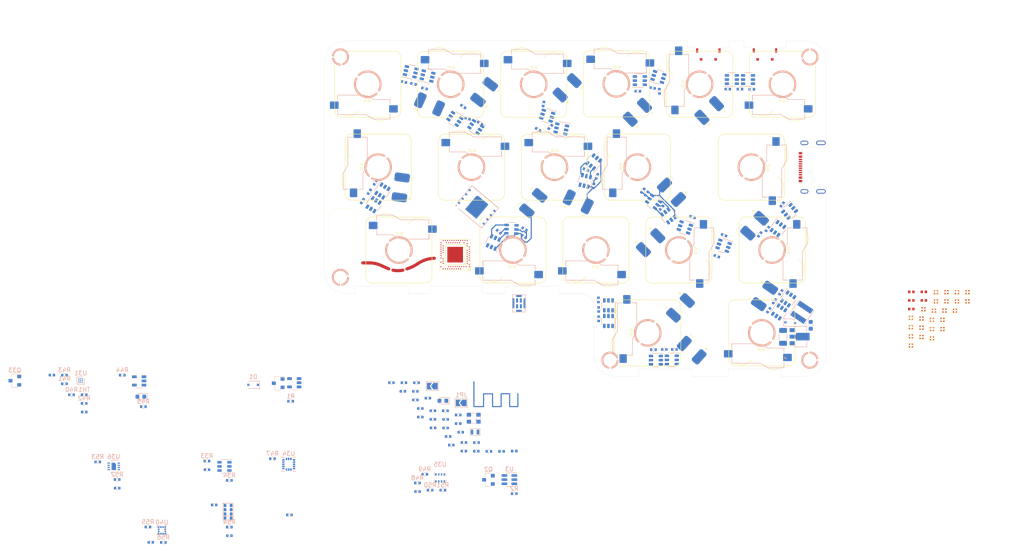
<source format=kicad_pcb>
(kicad_pcb (version 20211014) (generator pcbnew)
  (layers (0 "F.Cu" signal) (1 "In1.Cu" signal) (2 "In2.Cu" signal) (31 "B.Cu" signal) (34 "B.Paste" user) (35 "F.Paste" user) (36 "B.SilkS" user "B.Silkscreen") (37 "F.SilkS" user "F.Silkscreen") (38 "B.Mask" user) (39 "F.Mask" user) (44 "Edge.Cuts" user))
  (net 0 "")
  (net 1 "B1-")
  (net 2 "B+")
  (net 3 "B2-")
  (net 4 "B3-")
  (net 5 "B4-")
  (net 6 "B6-")
  (net 7 "B7-")
  (net 8 "B8-")
  (net 9 "B10-")
  (net 10 "B11-")
  (net 11 "B12-")
  (net 12 "GND")
  (net 13 "/MCU/RESET PIN")
  (net 16 "Net-(AE1-Pad1)")
  (net 17 "/MCU/P0.29")
  (net 18 "/MCU/P0.02")
  (net 19 "/MCU/P1.15")
  (net 20 "/MCU/P1.13")
  (net 21 "/MCU/P0.25")
  (net 22 "/MCU/P0.13")
  (net 23 "/MCU/P0.15")
  (net 24 "/MCU/P0.24")
  (net 25 "/MCU/P0.30")
  (net 26 "/MCU/P0.28")
  (net 27 "/MCU/P0.03")
  (net 28 "/MCU/P1.14")
  (net 29 "/MCU/P0.10")
  (net 30 "/MCU/P0.06")
  (net 31 "/MCU/P0.09")
  (net 32 "/MCU/P1.06")
  (net 33 "/MCU/P1.04")
  (net 34 "/MCU/P1.03")
  (net 35 "B5-")
  (net 36 "B9-")
  (net 37 "Net-(C1-Pad1)")
  (net 38 "Net-(C2-Pad1)")
  (net 39 "Net-(C3-Pad1)")
  (net 40 "Net-(C4-Pad1)")
  (net 41 "Net-(C5-Pad1)")
  (net 42 "Net-(C6-Pad1)")
  (net 43 "Net-(C7-Pad1)")
  (net 44 "Net-(C8-Pad1)")
  (net 45 "Net-(C9-Pad1)")
  (net 46 "Net-(C10-Pad1)")
  (net 47 "Net-(C11-Pad1)")
  (net 48 "Net-(C12-Pad1)")
  (net 49 "/LEDLane/Led_Vin")
  (net 50 "VBUS")
  (net 51 "B14-")
  (net 52 "B13-")
  (net 53 "SCL")
  (net 54 "Net-(C13-Pad1)")
  (net 55 "Net-(C14-Pad1)")
  (net 56 "Net-(C22-Pad1)")
  (net 57 "Net-(C23-Pad1)")
  (net 58 "Net-(C34-Pad2)")
  (net 59 "Net-(C26-Pad2)")
  (net 60 "Net-(C36-Pad2)")
  (net 61 "Net-(C27-Pad2)")
  (net 62 "/Filter&Reg/VBAT")
  (net 63 "Net-(C29-Pad1)")
  (net 64 "Net-(D1-Pad1)")
  (net 65 "Net-(D2-Pad1)")
  (net 66 "Net-(D2-Pad2)")
  (net 67 "Net-(D3-Pad2)")
  (net 68 "Net-(D4-Pad1)")
  (net 69 "CC1")
  (net 70 "Net-(J1-PadA6)")
  (net 71 "Net-(J1-PadA7)")
  (net 72 "CC2")
  (net 74 "Net-(JP1-Pad1)")
  (net 75 "Net-(JP1-Pad2)")
  (net 76 "Net-(JP2-Pad1)")
  (net 77 "Net-(L1-Pad2)")
  (net 78 "Net-(L2-Pad2)")
  (net 79 "Net-(Q2-Pad1)")
  (net 81 "GND1")
  (net 82 "Net-(Q11-Pad3)")
  (net 84 "Net-(Q11-Pad1)")
  (net 86 "Net-(Q12-Pad3)")
  (net 88 "Net-(Q12-Pad1)")
  (net 90 "Net-(Q13-Pad3)")
  (net 92 "Net-(Q13-Pad1)")
  (net 94 "Net-(Q14-Pad3)")
  (net 96 "Net-(Q14-Pad1)")
  (net 98 "Net-(Q15-Pad3)")
  (net 100 "Net-(Q15-Pad1)")
  (net 102 "Net-(Q16-Pad3)")
  (net 104 "Net-(Q16-Pad1)")
  (net 106 "Net-(Q17-Pad3)")
  (net 108 "Net-(Q17-Pad1)")
  (net 110 "Net-(Q10-Pad4)")
  (net 112 "Net-(Q10-Pad6)")
  (net 113 "Net-(Q11-Pad2)")
  (net 115 "Net-(Q12-Pad2)")
  (net 117 "Net-(Q13-Pad2)")
  (net 119 "Net-(Q14-Pad2)")
  (net 121 "Net-(Q15-Pad2)")
  (net 123 "Net-(Q16-Pad2)")
  (net 125 "Net-(Q17-Pad2)")
  (net 127 "Net-(Q18-Pad2)")
  (net 130 "Net-(Q19-Pad4)")
  (net 132 "Net-(Q19-Pad6)")
  (net 134 "Net-(Q20-Pad4)")
  (net 136 "Net-(Q20-Pad6)")
  (net 138 "Net-(Q21-Pad4)")
  (net 140 "Net-(Q21-Pad6)")
  (net 142 "Net-(Q22-Pad4)")
  (net 144 "Net-(Q22-Pad6)")
  (net 145 "Net-(Q23-Pad2)")
  (net 147 "Net-(Q24-Pad2)")
  (net 149 "Net-(Q25-Pad2)")
  (net 151 "Net-(Q26-Pad2)")
  (net 153 "/ExtVcc/GND_EN")
  (net 154 "/LEDLane/Led_Ground")
  (net 155 "/MCU/BatOffPin")
  (net 156 "SDA")
  (net 157 "/FuelGauge/BatteryPin")
  (net 158 "Net-(C35-Pad2)")
  (net 159 "Net-(C37-Pad2)")
  (net 160 "Net-(C38-Pad1)")
  (net 161 "Net-(C39-Pad2)")
  (net 162 "/Gyro/Gyro_Interupt")
  (net 163 "/BAROMETRIC/CSB")
  (net 164 "/BAROMETRIC/SDO")
  (net 165 "/LIGHT/APDS_IRQ")
  (net 168 "Net-(U2-Pad3)")
  (net 170 "Net-(U4-Pad4)")
  (net 171 "Net-(U5-Pad4)")
  (net 172 "Net-(U6-Pad4)")
  (net 173 "Net-(U7-Pad4)")
  (net 174 "Net-(U8-Pad4)")
  (net 175 "Net-(U10-Pad1)")
  (net 176 "Net-(U10-Pad4)")
  (net 177 "Net-(U11-Pad4)")
  (net 178 "Net-(U12-Pad4)")
  (net 179 "Net-(U13-Pad4)")
  (net 180 "Net-(U14-Pad4)")
  (net 181 "Net-(U15-Pad4)")
  (net 182 "Net-(U16-Pad4)")
  (net 183 "Net-(U17-Pad4)")
  (net 184 "Net-(U18-Pad4)")
  (net 185 "Net-(U19-Pad4)")
  (net 186 "Net-(U20-Pad4)")
  (net 187 "Net-(U21-Pad4)")
  (net 188 "Net-(U22-Pad4)")
  (net 189 "Net-(U23-Pad4)")
  (net 190 "Net-(U24-Pad4)")
  (net 191 "Net-(U25-Pad4)")
  (net 192 "Net-(U26-Pad4)")
  (net 193 "/LEDLane/DIN")
  (net 194 "/MCU/D+")
  (net 195 "/MCU/D-")
  (net 196 "/MCU/P0.31")
  (net 198 "/MCU/SWC")
  (net 199 "DCCH")
  (net 200 "/MCU/P0.14")
  (net 201 "/MCU/P0.16")
  (net 202 "/FLASH/QSPI_SCK")
  (net 203 "/FLASH/QSPI_DATA3")
  (net 204 "/FLASH/QSPI_DATA2")
  (net 205 "/MCU/SWD")
  (net 206 "/FLASH/QSPI_DATA0")
  (net 207 "/FLASH/QSPI_CS")
  (net 208 "/FLASH/QSPI_DATA1")
  (net 209 "/MCU/P1.12")
  (net 210 "/MCU/PDM_DAT")
  (net 211 "/MCU/PDM_CLK")
  (net 212 "PROG")
  (net 213 "/MCU/P0.07")
  (net 214 "/MCU/P0.08")
  (net 215 "/MCU/P1.07")
  (net 216 "/MCU/P0.05")
  (net 220 "Net-(U37-Pad3)")
  (net 224 "Net-(C41-Pad2)")
  (net 225 "Net-(C49-Pad1)")
  (net 227 "Net-(Q27-Pad4)")
  (net 229 "Net-(Q27-Pad6)")
  (net 231 "Net-(Q28-Pad4)")
  (net 233 "Net-(Q28-Pad6)")
  (net 234 "Net-(Q30-Pad2)")
  (net 236 "Net-(Q31-Pad2)")
  (net 238 "Net-(R43-Pad1)")
  (net 239 "Net-(R43-Pad2)")
  (net 240 "Net-(R44-Pad2)")
  (net 241 "Net-(R45-Pad1)")
  (net 242 "/BAROMETRIC/NRF_VDD")
  (footprint "Library:BatteryV2" (layer "F.Cu") (at 177.918309 88.578937 -136)
    (fp_text reference "B6" hide)
    (fp_text value "Battery")
    (fp_line (start 10.35 13.65) (end 10.35 0.2) (layer "Edge.Cuts") (width 0.01))
    (fp_line (start 9.95 -0.2) (end 0.2 -0.2) (layer "Edge.Cuts") (width 0.01))
    (fp_line (start 9.25 10.600002) (end 9.25 13.65) (layer "Edge.Cuts") (width 0.01))
    (fp_line (start 0.9 13.65) (end 0.900002 10.6) (layer "Edge.Cuts") (width 0.01))
    (fp_line (start -0.2 0.2) (end -0.2 13.65) (layer "Edge.Cuts") (width 0.01))
    (fp_line (start 8.85 10.200002) (end 1.300002 10.2) (layer "Edge.Cuts") (width 0.01))
    (fp_arc (start 0.9 13.65) (mid 0.35 14.2) (end -0.2 13.65) (layer "Edge.Cuts") (width 0.01))
    (fp_arc (start 0.900002 10.6) (mid 1.01716 10.317158) (end 1.300002 10.2) (layer "Edge.Cuts") (width 0.01))
    (fp_arc (start 8.85 10.200002) (mid 9.132842 10.31716) (end 9.25 10.600002) (layer "Edge.Cuts") (width 0.01))
    (fp_arc (start 9.95 -0.2) (mid 10.232843 -0.082843) (end 10.35 0.2) (layer "Edge.Cuts") (width 0.01))
    (fp_arc (start -0.2 0.2) (mid -0.082842 -0.082843) (end 0.2 -0.2) (layer "Edge.Cuts") (width 0.01))
    (fp_arc (start 10.35 13.65) (mid 9.8 14.2) (end 9.25 13.65) (layer "Edge.Cuts") (width 0.01))
  )
  (footprint "Library:GateronHotswap" (layer "F.Cu") (at 194.5125 134.188524)
    (fp_text reference "REF**" hide)
    (fp_text value "GateronHotswap")
  )
  (footprint "Library:Led-ARGB" (layer "F.Cu") (at 233.596428 131.19)
    (fp_text reference "U10" hide)
    (fp_text value "WS2812B_-_1010")
  )
  (footprint "Library:GateronHotswap" (layer "F.Cu") (at 104.025 77.038524)
    (fp_text reference "REF**" hide)
    (fp_text value "GateronHotswap")
  )
  (footprint "" (layer "F.Cu") (at 97.75 70.763524)
    (fp_text reference "")
    (fp_text value "")
  )
  (footprint "" (layer "F.Cu") (at 205.54995 70.763514 -90)
    (fp_text reference "")
    (fp_text value "")
  )
  (footprint "Library:Led-ARGB" (layer "F.Cu") (at 233.596428 133.31)
    (fp_text reference "U7" hide)
    (fp_text value "WS2812B_-_1010")
  )
  (footprint "Library:USB-C_C168688" (layer "F.Cu") (at 203.802725 96.088524 -90)
    (fp_text reference "J1" hide)
    (fp_text value "USB-C USB 2.0 MC-372")
  )
  (footprint "Library:BatteryV2" (layer "F.Cu") (at 194.340207 88.380839 -137)
    (fp_text reference "B1" hide)
    (fp_text value "Battery")
    (fp_line (start 8.85 10.200002) (end 1.300002 10.2) (layer "Edge.Cuts") (width 0.01))
    (fp_line (start 10.35 13.65) (end 10.35 0.2) (layer "Edge.Cuts") (width 0.01))
    (fp_line (start 0.9 13.65) (end 0.900002 10.6) (layer "Edge.Cuts") (width 0.01))
    (fp_line (start -0.2 0.2) (end -0.2 13.65) (layer "Edge.Cuts") (width 0.01))
    (fp_line (start 9.25 10.600002) (end 9.25 13.65) (layer "Edge.Cuts") (width 0.01))
    (fp_line (start 9.95 -0.2) (end 0.2 -0.2) (layer "Edge.Cuts") (width 0.01))
    (fp_arc (start 8.85 10.200002) (mid 9.132842 10.31716) (end 9.25 10.600002) (layer "Edge.Cuts") (width 0.01))
    (fp_arc (start 0.900002 10.6) (mid 1.01716 10.317158) (end 1.300002 10.2) (layer "Edge.Cuts") (width 0.01))
    (fp_arc (start 9.95 -0.2) (mid 10.232843 -0.082843) (end 10.35 0.2) (layer "Edge.Cuts") (width 0.01))
    (fp_arc (start 0.9 13.65) (mid 0.35 14.2) (end -0.2 13.65) (layer "Edge.Cuts") (width 0.01))
    (fp_arc (start 10.35 13.65) (mid 9.8 14.2) (end 9.25 13.65) (layer "Edge.Cuts") (width 0.01))
    (fp_arc (start -0.2 0.2) (mid -0.082842 -0.082842) (end 0.2 -0.2) (layer "Edge.Cuts") (width 0.01))
  )
  (footprint "Library:Led-ARGB" (layer "F.Cu") (at 236.926428 126.95)
    (fp_text reference "U12" hide)
    (fp_text value "WS2812B_-_1010")
  )
  (footprint "Library:Led-ARGB" (layer "F.Cu") (at 228.776428 134.98)
    (fp_text reference "U16" hide)
    (fp_text value "WS2812B_-_1010")
  )
  (footprint "Library:Led-ARGB" (layer "F.Cu") (at 238.876428 129.07)
    (fp_text reference "U5" hide)
    (fp_text value "WS2812B_-_1010")
  )
  (footprint "Library:GateronHotswap" (layer "F.Cu") (at 146.8875 96.088524 180)
    (fp_text reference "REF**" hide)
    (fp_text value "GateronHotswap")
  )
  (footprint "Library:GateronHotswap" (layer "F.Cu") (at 142.125 77.038524 180)
    (fp_text reference "REF**" hide)
    (fp_text value "GateronHotswap")
  )
  (footprint "Library:AQFN-73-1EP_7x7mm_P0.5mm_NRF52840-custom" (layer "F.Cu") (at 124.1 116.2 180)
    (fp_text reference "U30" hide)
    (fp_text value "nRF52840_aQFN73")
  )
  (footprint "Library:Button" (layer "F.Cu") (at 182.245953 71.013525)
    (fp_text reference "U1" hide)
    (fp_text value "Button")
    (fp_line (start -2.32 0) (end -2.32 -2.25) (layer "Edge.Cuts") (width 0.01))
    (fp_line (start 2.32 0) (end -2.32 0) (layer "Edge.Cuts") (width 0.01))
    (fp_line (start 2.32 0) (end 2.32 -2.25) (layer "Edge.Cuts") (width 0.01))
  )
  (footprint "Library:Led-ARGB" (layer "F.Cu") (at 228.776428 130.74)
    (fp_text reference "U20" hide)
    (fp_text value "WS2812B_-_1010")
  )
  (footprint "Library:GateronHotswap" (layer "F.Cu") (at 199.275 77.038524)
    (fp_text reference "REF**" hide)
    (fp_text value "GateronHotswap")
  )
  (footprint "Library:Led-ARGB" (layer "F.Cu") (at 236.466428 129.07)
    (fp_text reference "U21" hide)
    (fp_text value "WS2812B_-_1010")
  )
  (footprint "Capacitor_SMD:C_0402_1005Metric" (layer "F.Cu") (at 231.731428 126.725)
    (fp_text reference "C18" hide)
    (fp_text value "100nF")
  )
  (footprint "Library:BatteryV2" (layer "F.Cu") (at 180.55 105.3 48)
    (fp_text reference "B7" hide)
    (fp_text value "Battery")
    (fp_line (start -0.2 0.2) (end -0.2 13.65) (layer "Edge.Cuts") (width 0.01))
    (fp_line (start 9.95 -0.2) (end 0.2 -0.2) (layer "Edge.Cuts") (width 0.01))
    (fp_line (start 0.9 13.65) (end 0.900002 10.6) (layer "Edge.Cuts") (width 0.01))
    (fp_line (start 8.85 10.200002) (end 1.300002 10.2) (layer "Edge.Cuts") (width 0.01))
    (fp_line (start 10.35 13.65) (end 10.35 0.2) (layer "Edge.Cuts") (width 0.01))
    (fp_line (start 9.25 10.600002) (end 9.25 13.65) (layer "Edge.Cuts") (width 0.01))
    (fp_arc (start 0.900002 10.6) (mid 1.01716 10.317158) (end 1.300002 10.2) (layer "Edge.Cuts") (width 0.01))
    (fp_arc (start 8.85 10.200002) (mid 9.132842 10.31716) (end 9.25 10.600002) (layer "Edge.Cuts") (width 0.01))
    (fp_arc (start 9.95 -0.2) (mid 10.232843 -0.082843) (end 10.35 0.2) (layer "Edge.Cuts") (width 0.01))
    (fp_arc (start 0.9 13.65) (mid 0.35 14.2) (end -0.2 13.65) (layer "Edge.Cuts") (width 0.01))
    (fp_arc (start -0.2 0.2) (mid -0.082842 -0.082842) (end 0.2 -0.2) (layer "Edge.Cuts") (width 0.01))
    (fp_arc (start 10.35 13.65) (mid 9.8 14.2) (end 9.25 13.65) (layer "Edge.Cuts") (width 0.01))
  )
  (footprint "Library:Led-ARGB" (layer "F.Cu") (at 234.516428 124.83)
    (fp_text reference "U23" hide)
    (fp_text value "WS2812B_-_1010")
  )
  (footprint "Library:GateronHotswap" (layer "F.Cu") (at 168.31875 134.188524 -90)
    (fp_text reference "REF**" hide)
    (fp_text value "GateronHotswap")
  )
  (footprint "Library:BatteryV2" (layer "F.Cu") (at 182.681534 125.846797 -42)
    (fp_text reference "B11" hide)
    (fp_text value "Battery")
    (fp_line (start 8.85 10.200002) (end 1.300002 10.2) (layer "Edge.Cuts") (width 0.01))
    (fp_line (start 9.95 -0.2) (end 0.2 -0.2) (layer "Edge.Cuts") (width 0.01))
    (fp_line (start 9.25 10.600002) (end 9.25 13.65) (layer "Edge.Cuts") (width 0.01))
    (fp_line (start 10.35 13.65) (end 10.35 0.2) (layer "Edge.Cuts") (width 0.01))
    (fp_line (start -0.2 0.2) (end -0.2 13.65) (layer "Edge.Cuts") (width 0.01))
    (fp_line (start 0.9 13.65) (end 0.900002 10.6) (layer "Edge.Cuts") (width 0.01))
    (fp_arc (start -0.2 0.2) (mid -0.082842 -0.082842) (end 0.2 -0.2) (layer "Edge.Cuts") (width 0.01))
    (fp_arc (start 9.95 -0.2) (mid 10.232843 -0.082843) (end 10.35 0.2) (layer "Edge.Cuts") (width 0.01))
    (fp_arc (start 0.9 13.65) (mid 0.35 14.2) (end -0.2 13.65) (layer "Edge.Cuts") (width 0.01))
    (fp_arc (start 10.35 13.65) (mid 9.8 14.2) (end 9.25 13.65) (layer "Edge.Cuts") (width 0.01))
    (fp_arc (start 8.85 10.200002) (mid 9.132842 10.31716) (end 9.25 10.600002) (layer "Edge.Cuts") (width 0.01))
    (fp_arc (start 0.900002 10.6) (mid 1.01716 10.317158) (end 1.300002 10.2) (layer "Edge.Cuts") (width 0.01))
  )
  (footprint "Library:Led-ARGB" (layer "F.Cu") (at 231.186428 133.01)
    (fp_text reference "U6" hide)
    (fp_text value "WS2812B_-_1010")
  )
  (footprint "Library:BatteryV2" (layer "F.Cu") (at 124.193029 97.388894 -98)
    (fp_text reference "B13" hide)
    (fp_text value "Battery")
    (fp_line (start 9.25 10.600002) (end 9.25 13.65) (layer "Edge.Cuts") (width 0.01))
    (fp_line (start 0.9 13.65) (end 0.900002 10.6) (layer "Edge.Cuts") (width 0.01))
    (fp_line (start 10.35 13.65) (end 10.35 0.2) (layer "Edge.Cuts") (width 0.01))
    (fp_line (start 8.85 10.200002) (end 1.300002 10.2) (layer "Edge.Cuts") (width 0.01))
    (fp_line (start 9.95 -0.2) (end 0.2 -0.2) (layer "Edge.Cuts") (width 0.01))
    (fp_line (start -0.2 0.2) (end -0.2 13.65) (layer "Edge.Cuts") (width 0.01))
    (fp_arc (start -0.2 0.2) (mid -0.082842 -0.082842) (end 0.2 -0.2) (layer "Edge.Cuts") (width 0.01))
    (fp_arc (start 0.900002 10.6) (mid 1.01716 10.317158) (end 1.300002 10.2) (layer "Edge.Cuts") (width 0.01))
    (fp_arc (start 10.35 13.65) (mid 9.799999 14.2) (end 9.25 13.65) (layer "Edge.Cuts") (width 0.01))
    (fp_arc (start 8.85 10.200002) (mid 9.132842 10.31716) (end 9.25 10.600002) (layer "Edge.Cuts") (width 0.01))
    (fp_arc (start 9.95 -0.2) (mid 10.232842 -0.082842) (end 10.35 0.2) (layer "Edge.Cuts") (width 0.01))
    (fp_arc (start 0.9 13.65) (mid 0.35 14.2) (end -0.2 13.65) (layer "Edge.Cuts") (width 0.01))
  )
  (footprint "Capacitor_SMD:C_0402_1005Metric" (layer "F.Cu") (at 228.861428 126.725)
    (fp_text reference "C20" hide)
    (fp_text value "100nF")
  )
  (footprint "Library:GateronHotswap" (layer "F.Cu") (at 196.893751 115.138524 90)
    (fp_text reference "REF**" hide)
    (fp_text value "GateronHotswap")
  )
  (footprint "Library:Led-ARGB" (layer "F.Cu") (at 234.056428 129.07)
    (fp_text reference "U17" hide)
    (fp_text value "WS2812B_-_1010")
  )
  (footprint "Library:Led-ARGB" (layer "F.Cu") (at 231.646428 128.77)
    (fp_text reference "U27" hide)
    (fp_text value "WS2812B_-_1010")
  )
  (footprint "Library:GateronHotswap" (layer "F.Cu") (at 137.3625 115.138524)
    (fp_text reference "REF**" hide)
    (fp_text value "GateronHotswap")
  )
  (footprint "Library:ConicCorner" (layer "F.Cu") (at 207.299949 67.013524)
    (fp_text reference "REF**" hide)
    (fp_text value "ConicCorner" hide)
    (fp_line (start 0.685007 1.565378) (end 0.56 1.44) (layer "Edge.Cuts") (width 0.03))
    (fp_line (start -3.109557 0.029585) (end -3.326097 0.014735) (layer "Edge.Cuts") (width 0.03))
    (fp_line (start -2.476649 0.094994) (end -2.684833 0.069714) (layer "Edge.Cuts") (width 0.03))
    (fp_line (start 0.685007 1.565378) (end 0.803113 1.697657) (layer "Edge.Cuts") (width 0.03))
    (fp_line (start 1.589742 3.127744) (end 1.650704 3.30803) (layer "Edge.Cuts") (width 0.03))
    (fp_line (start -0.608282 0.620207) (end -0.77787 0.545713) (layer "Edge.Cuts") (width 0.03))
    (fp_line (start 0.434993 1.314622) (end 0.302343 1.196887) (layer "Edge.Cuts") (width 0.03))
    (fp_line (start 0.434993 1.314622) (end 0.56 1.44) (layer "Edge.Cuts") (width 0.03))
    (fp_line (start -1.127744 0.410258) (end -1.30803 0.349296) (layer "Edge.Cuts") (width 0.03))
    (fp_line (start 1.905006 4.476649) (end 1.930286 4.684833) (layer "Edge.Cuts") (width 0.03))
    (fp_line (start 1.970415 5.109557) (end 1.985265 5.326097) (layer "Edge.Cuts") (width 0.03))
    (fp_line (start 1.38 2.61) (end 1.454287 2.77787) (layer "Edge.Cuts") (width 0.03))
    (fp_curve (pts (xy 1.113416 2.13435) (xy 1.209506 2.286225) (xy 1.298275 2.444307) (xy 1.379793 2.608282)) (layer "Edge.Cuts") (width 0.03))
    (fp_curve (pts (xy -4 0) (xy -3.771346 0) (xy -3.546712 0.004911) (xy -3.326097 0.014735)) (layer "Edge.Cuts") (width 0.03))
    (fp_curve (pts (xy -0.608282 0.620207) (xy -0.444307 0.701725) (xy -0.286225 0.790494) (xy -0.13435 0.886584)) (layer "Edge.Cuts") (width 0.03))
    (fp_curve (pts (xy 1.650704 3.30803) (xy 1.705157 3.493399) (xy 1.753391 3.683603) (xy 1.795683 3.87844)) (layer "Edge.Cuts") (width 0.03))
    (fp_curve (pts (xy 1.985265 5.326097) (xy 1.995089 5.546712) (xy 2 5.771346) (xy 2 6)) (layer "Edge.Cuts") (width 0.03))
    (fp_curve (pts (xy 1.795683 3.87844) (xy 1.837975 4.073277) (xy 1.874324 4.272747) (xy 1.905006 4.476649)) (layer "Edge.Cuts") (width 0.03))
    (fp_curve (pts (xy -0.13435 0.886584) (xy 0.017526 0.982674) (xy 0.163194 1.086085) (xy 0.302343 1.196887)) (layer "Edge.Cuts") (width 0.03))
    (fp_curve (pts (xy 0.803113 1.697657) (xy 0.913915 1.836806) (xy 1.017326 1.982474) (xy 1.113416 2.13435)) (layer "Edge.Cuts") (width 0.03))
    (fp_curve (pts (xy 1.454287 2.77787) (xy 1.522015 2.952807) (xy 1.522015 2.952807) (xy 1.589742 3.127744)) (layer "Edge.Cuts") (width 0.03))
    (fp_curve (pts (xy -1.127744 0.410258) (xy -0.952807 0.477985) (xy -0.952807 0.477985) (xy -0.77787 0.545713)) (layer "Edge.Cuts") (width 0.03))
    (fp_curve (pts (xy -2.476649 0.094994) (xy -2.272747 0.125676) (xy -2.073277 0.162025) (xy -1.87844 0.204317)) (layer "Edge.Cuts") (width 0.03))
    (fp_curve (pts (xy 1.930286 4.684833) (xy 1.95035 4.897195) (xy 1.95035 4.897195) (xy 1.970415 5.109557)) (layer "Edge.Cuts") (width 0.03))
    (fp_curve (pts (xy -3.109557 0.029585) (xy -2.897195 0.04965) (xy -2.897195 0.04965) (xy -2.684833 0.069714)) (layer "Edge.Cuts") (width 0.03))
    (fp_curve (pts (xy -1.87844 0.204317) (xy -1.683603 0.246609) (xy -1.493399 0.294843) (xy -1.30803 0.349296)) (layer "Edge.Cuts") (width 0.03))
  )
  (footprint "Library:Led-ARGB" (layer "F.Cu") (at 241.746428 124.83)
    (fp_text reference "U13" hide)
    (fp_text value "WS2812B_-_1010")
  )
  (footprint "Library:Led-ARGB" (layer "F.Cu") (at 231.186428 135.13)
    (fp_text reference "U9" hide)
    (fp_text value "WS2812B_-_1010")
  )
  (footprint "Library:Led-ARGB" (layer "F.Cu") (at 236.926428 124.83)
    (fp_text reference "U22" hide)
    (fp_text value "WS2812B_-_1010")
  )
  (footprint "Library:BatteryV2" (layer "F.Cu") (at 129.575 100.525 50)
    (fp_text reference "B14" hide)
    (fp_text value "Battery")
    (fp_line (start 9.25 10.600002) (end 9.25 13.65) (layer "Edge.Cuts") (width 0.01))
    (fp_line (start 8.85 10.200002) (end 1.300002 10.2) (layer "Edge.Cuts") (width 0.01))
    (fp_line (start 0.9 13.65) (end 0.900002 10.6) (layer "Edge.Cuts") (width 0.01))
    (fp_line (start -0.2 0.2) (end -0.2 13.65) (layer "Edge.Cuts") (width 0.01))
    (fp_line (start 9.95 -0.2) (end 0.2 -0.2) (layer "Edge.Cuts") (width 0.01))
    (fp_line (start 10.35 13.65) (end 10.35 0.2) (layer "Edge.Cuts") (width 0.01))
    (fp_arc (start 10.35 13.65) (mid 9.8 14.2) (end 9.25 13.65) (layer "Edge.Cuts") (width 0.01))
    (fp_arc (start 0.9 13.65) (mid 0.35 14.2) (end -0.2 13.65) (layer "Edge.Cuts") (width 0.01))
    (fp_arc (start -0.2 0.2) (mid -0.082842 -0.082842) (end 0.2 -0.2) (layer "Edge.Cuts") (width 0.01))
    (fp_arc (start 8.85 10.200002) (mid 9.132843 10.31716) (end 9.25 10.600002) (layer "Edge.Cuts") (width 0.01))
    (fp_arc (start 0.900002 10.6) (mid 1.01716 10.317158) (end 1.300002 10.2) (layer "Edge.Cuts") (width 0.01))
    (fp_arc (start 9.95 -0.2) (mid 10.232842 -0.082842) (end 10.35 0.2) (layer "Edge.Cuts") (width 0.01))
  )
  (footprint "Capacitor_SMD:C_0402_1005Metric" (layer "F.Cu") (at 228.861428 124.755)
    (fp_text reference "C17" hide)
    (fp_text value "100nF")
  )
  (footprint "" (layer "F.Cu") (at 205.549957 140.463525 180)
    (fp_text reference "")
    (fp_text value "")
  )
  (footprint "Library:BatteryV2" (layer "F.Cu") (at 178.878938 89.881692 -46)
    (fp_text reference "B5" hide)
    (fp_text value "Battery")
    (fp_line (start 9.95 -0.2) (end 0.2 -0.2) (layer "Edge.Cuts") (width 0.01))
    (fp_line (start 9.25 10.600002) (end 9.25 13.65) (layer "Edge.Cuts") (width 0.01))
    (fp_line (start -0.2 0.2) (end -0.2 13.65) (layer "Edge.Cuts") (width 0.01))
    (fp_line (start 10.35 13.65) (end 10.35 0.2) (layer "Edge.Cuts") (width 0.01))
    (fp_line (start 0.9 13.65) (end 0.900002 10.6) (layer "Edge.Cuts") (width 0.01))
    (fp_line (start 8.85 10.200002) (end 1.300002 10.2) (layer "Edge.Cuts") (width 0.01))
    (fp_arc (start 9.95 -0.2) (mid 10.232842 -0.082842) (end 10.35 0.2) (layer "Edge.Cuts") (width 0.01))
    (fp_arc (start 0.9 13.65) (mid 0.35 14.2) (end -0.2 13.65) (layer "Edge.Cuts") (width 0.01))
    (fp_arc (start 0.900002 10.6) (mid 1.01716 10.317158) (end 1.300002 10.2) (layer "Edge.Cuts") (width 0.01))
    (fp_arc (start -0.2 0.2) (mid -0.082842 -0.082843) (end 0.2 -0.2) (layer "Edge.Cuts") (width 0.01))
    (fp_arc (start 8.85 10.200002) (mid 9.132842 10.31716) (end 9.25 10.600002) (layer "Edge.Cuts") (width 0.01))
    (fp_arc (start 10.35 13.65) (mid 9.8 14.2) (end 9.25 13.65) (layer "Edge.Cuts") (width 0.01))
  )
  (footprint "Library:Led-ARGB" (layer "F.Cu") (at 236.006428 133.31)
    (fp_text reference "U24" hide)
    (fp_text value "WS2812B_-_1010")
  )
  (footprint "Library:BatteryV2" (layer "F.Cu") (at 117.952058 94.664884 156)
    (fp_text reference "B2" hide)
    (fp_text value "Battery")
    (fp_line (start -0.2 0.2) (end -0.2 13.65) (layer "Edge.Cuts") (width 0.01))
    (fp_line (start 9.25 10.600002) (end 9.25 13.65) (layer "Edge.Cuts") (width 0.01))
    (fp_line (start 8.85 10.200002) (end 1.300002 10.2) (layer "Edge.Cuts") (width 0.01))
    (fp_line (start 0.9 13.65) (end 0.900002 10.6) (layer "Edge.Cuts") (width 0.01))
    (fp_line (start 9.95 -0.2) (end 0.2 -0.2) (layer "Edge.Cuts") (width 0.01))
    (fp_line (start 10.35 13.65) (end 10.35 0.2) (layer "Edge.Cuts") (width 0.01))
    (fp_arc (start 10.35 13.65) (mid 9.8 14.2) (end 9.25 13.65) (layer "Edge.Cuts") (width 0.01))
    (fp_arc (start 0.9 13.65) (mid 0.35 14.2) (end -0.2 13.65) (layer "Edge.Cuts") (width 0.01))
    (fp_arc (start 8.85 10.200002) (mid 9.132843 10.31716) (end 9.25 10.600002) (layer "Edge.Cuts") (width 0.01))
    (fp_arc (start 9.95 -0.2) (mid 10.232843 -0.082843) (end 10.35 0.2) (layer "Edge.Cuts") (width 0.01))
    (fp_arc (start 0.900002 10.6) (mid 1.01716 10.317158) (end 1.300002 10.2) (layer "Edge.Cuts") (width 0.01))
    (fp_arc (start -0.2 0.2) (mid -0.082842 -0.082842) (end 0.2 -0.2) (layer "Edge.Cuts") (width 0.01))
  )
  (footprint "Library:BatteryV2" (layer "F.Cu") (at 151.656124 117.070582 154)
    (fp_text reference "B9" hide)
    (fp_text value "Battery")
    (fp_line (start -0.2 0.2) (end -0.2 13.65) (layer "Edge.Cuts") (width 0.01))
    (fp_line (start 9.95 -0.2) (end 0.2 -0.2) (layer "Edge.Cuts") (width 0.01))
    (fp_line (start 0.9 13.65) (end 0.900002 10.6) (layer "Edge.Cuts") (width 0.01))
    (fp_line (start 8.85 10.200002) (end 1.300002 10.2) (layer "Edge.Cuts") (width 0.01))
    (fp_line (start 10.35 13.65) (end 10.35 0.2) (layer "Edge.Cuts") (width 0.01))
    (fp_line (start 9.25 10.600002) (end 9.25 13.65) (layer "Edge.Cuts") (width 0.01))
    (fp_arc (start -0.2 0.2) (mid -0.082842 -0.082842) (end 0.2 -0.2) (layer "Edge.Cuts") (width 0.01))
    (fp_arc (start 0.900002 10.6) (mid 1.01716 10.317158) (end 1.300002 10.2) (layer "Edge.Cuts") (width 0.01))
    (fp_arc (start 8.85 10.200002) (mid 9.132842 10.31716) (end 9.25 10.600002) (layer "Edge.Cuts") (width 0.01))
    (fp_arc (start 9.95 -0.2) (mid 10.232842 -0.082842) (end 10.35 0.2) (layer "Edge.Cuts") (width 0.01))
    (fp_arc (start 0.9 13.65) (mid 0.35 14.2) (end -0.2 13.65) (layer "Edge.Cuts") (width 0.01))
    (fp_arc (start 10.35 13.65) (mid 9.8 14.2) (end 9.25 13.65) (layer "Edge.Cuts") (width 0.01))
  )
  (footprint "Capacitor_SMD:C_0402_1005Metric" (layer "F.Cu") (at 228.861428 128.695)
    (fp_text reference "C19" hide)
    (fp_text value "100nF")
  )
  (footprint "Library:GateronHotswap" (layer "F.Cu") (at 175.462499 115.138524 90)
    (fp_text reference "REF**" hide)
    (fp_text value "GateronHotswap")
  )
  (footprint "Library:ConicCorner" (layer "F.Cu") (at 157.9125 144.213524 180)
    (fp_text reference "REF**" hide)
    (fp_text value "ConicCorner" hide)
    (fp_line (start -2.476649 0.094994) (end -2.684833 0.069714) (layer "Edge.Cuts") (width 0.03))
    (fp_line (start 1.38 2.61) (end 1.454287 2.77787) (layer "Edge.Cuts") (width 0.03))
    (fp_line (start 0.434993 1.314622) (end 0.302343 1.196887) (layer "Edge.Cuts") (width 0.03))
    (fp_line (start 0.685007 1.565378) (end 0.56 1.44) (layer "Edge.Cuts") (width 0.03))
    (fp_line (start 1.905006 4.476649) (end 1.930286 4.684833) (layer "Edge.Cuts") (width 0.03))
    (fp_line (start -1.127744 0.410258) (end -1.30803 0.349296) (layer "Edge.Cuts") (width 0.03))
    (fp_line (start 0.685007 1.565378) (end 0.803113 1.697657) (layer "Edge.Cuts") (width 0.03))
    (fp_line (start 1.589742 3.127744) (end 1.650704 3.30803) (layer "Edge.Cuts") (width 0.03))
    (fp_line (start -3.109557 0.029585) (end -3.326097 0.014735) (layer "Edge.Cuts") (width 0.03))
    (fp_line (start -0.608282 0.620207) (end -0.77787 0.545713) (layer "Edge.Cuts") (width 0.03))
    (fp_line (start 0.434993 1.314622) (end 0.56 1.44) (layer "Edge.Cuts") (width 0.03))
    (fp_line (start 1.970415 5.109557) (end 1.985265 5.326097) (layer "Edge.Cuts") (width 0.03))
    (fp_curve (pts (xy 1.795683 3.87844) (xy 1.837975 4.073277) (xy 1.874324 4.272747) (xy 1.905006 4.476649)) (layer "Edge.Cuts") (width 0.03))
    (fp_curve (pts (xy -0.13435 0.886584) (xy 0.017526 0.982674) (xy 0.163194 1.086085) (xy 0.302343 1.196887)) (layer "Edge.Cuts") (width 0.03))
    (fp_curve (pts (xy -1.87844 0.204317) (xy -1.683603 0.246609) (xy -1.493399 0.294843) (xy -1.30803 0.349296)) (layer "Edge.Cuts") (width 0.03))
    (fp_curve (pts (xy 1.930286 4.684833) (xy 1.95035 4.897195) (xy 1.95035 4.897195) (xy 1.970415 5.109557)) (layer "Edge.Cuts") (width 0.03))
    (fp_curve (pts (xy -4 0) (xy -3.771346 0) (xy -3.546712 0.004911) (xy -3.326097 0.014735)) (layer "Edge.Cuts") (width 0.03))
    (fp_curve (pts (xy -3.109557 0.029585) (xy -2.897195 0.04965) (xy -2.897195 0.04965) (xy -2.684833 0.069714)) (layer "Edge.Cuts") (width 0.03))
    (fp_curve (pts (xy -1.127744 0.410258) (xy -0.952807 0.477985) (xy -0.952807 0.477985) (xy -0.77787 0.545713)) (layer "Edge.Cuts") (width 0.03))
    (fp_curve (pts (xy 1.113416 2.13435) (xy 1.209506 2.286225) (xy 1.298275 2.444307) (xy 1.379793 2.608282)) (layer "Edge.Cuts") (width 0.03))
    (fp_curve (pts (xy 1.650704 3.30803) (xy 1.705157 3.493399) (xy 1.753391 3.683603) (xy 1.795683 3.87844)) (layer "Edge.Cuts") (width 0.03))
    (fp_curve (pts (xy 0.803113 1.697657) (xy 0.913915 1.836806) (xy 1.017326 1.982474) (xy 1.113416 2.13435)) (layer "Edge.Cuts") (width 0.03))
    (fp_curve (pts (xy 1.454287 2.77787) (xy 1.522015 2.952807) (xy 1.522015 2.952807) (xy 1.589742 3.127744)) (layer "Edge.Cuts") (width 0.03))
    (fp_curve (pts (xy -2.476649 0.094994) (xy -2.272747 0.125676) (xy -2.073277 0.162025) (xy -1.87844 0.204317)) (layer "Edge.Cuts") (width 0.03))
    (fp_curve (pts (xy 1.985265 5.326097) (xy 1.995089 5.546712) (xy 2 5.771346) (xy 2 6)) (layer "Edge.Cuts") (width 0.03))
    (fp_curve (pts (xy -0.608282 0.620207) (xy -0.444307 0.701725) (xy -0.286225 0.790494) (xy -0.13435 0.886584)) (layer "Edge.Cuts") (width 0.03))
  )
  (footprint "Library:GateronHotswap" (layer "F.Cu") (at 123.075 77.038524 180)
    (fp_text reference "REF**" hide)
    (fp_text value "GateronHotswap")
  )
  (footprint "Library:Led-ARGB" (layer "F.Cu") (at 228.776428 137.1)
    (fp_text reference "U14" hide)
    (fp_text value "WS2812B_-_1010")
  )
  (footprint "Library:GateronHotswap" (layer "F.Cu") (at 165.9375 96.088524 -90)
    (fp_text reference "REF**" hide)
    (fp_text value "GateronHotswap")
  )
  (footprint "Library:BatteryV2" (layer "F.Cu") (at 182.396263 122.971617 55)
    (fp_text reference "B10" hide)
    (fp_text value "Battery")
    (fp_line (start 10.35 13.65) (end 10.35 0.2) (layer "Edge.Cuts") (width 0.01))
    (fp_line (start 9.25 10.600002) (end 9.25 13.65) (layer "Edge.Cuts") (width 0.01))
    (fp_line (start 0.9 13.65) (end 0.900002 10.6) (layer "Edge.Cuts") (width 0.01))
    (fp_line (start -0.2 0.2) (end -0.2 13.65) (layer "Edge.Cuts") (width 0.01))
    (fp_line (start 9.95 -0.2) (end 0.2 -0.2) (layer "Edge.Cuts") (width 0.01))
    (fp_line (start 8.85 10.200002) (end 1.300002 10.2) (layer "Edge.Cuts") (width 0.01))
    (fp_arc (start 8.85 10.200002) (mid 9.132842 10.31716) (end 9.25 10.600002) (layer "Edge.Cuts") (width 0.01))
    (fp_arc (start -0.2 0.2) (mid -0.082842 -0.082842) (end 0.2 -0.2) (layer "Edge.Cuts") (width 0.01))
    (fp_arc (start 9.95 -0.2) (mid 10.232843 -0.082842) (end 10.35 0.2) (layer "Edge.Cuts") (width 0.01))
    (fp_arc (start 0.9 13.65) (mid 0.35 14.2) (end -0.2 13.65) (layer "Edge.Cuts") (width 0.01))
    (fp_arc (start 0.900002 10.6) (mid 1.01716 10.317158) (end 1.300002 10.2) (layer "Edge.Cuts") (width 0.01))
    (fp_arc (start 10.35 13.65) (mid 9.800001 14.2) (end 9.25 13.65) (layer "Edge.Cuts") (width 0.01))
  )
  (footprint "Library:Led-ARGB" (layer "F.Cu") (at 228.776428 132.86)
    (fp_text reference "U11" hide)
    (fp_text value "WS2812B_-_1010")
  )
  (footprint "Library:Led-ARGB" (layer "F.Cu") (at 241.746428 126.95)
    (fp_text reference "U15" hide)
    (fp_text value "WS2812B_-_1010")
  )
  (footprint "Library:Led-ARGB" (layer "F.Cu") (at 239.336428 124.83)
    (fp_text reference "U8" hide)
    (fp_text value "WS2812B_-_1010")
  )
  (footprint "Library:Led-ARGB" (layer "F.Cu") (at 236.006428 131.19)
    (fp_text reference "U4" hide)
    (fp_text value "WS2812B_-_1010")
  )
  (footprint "" (layer "F.Cu") (at 97.75 121.413526 90)
    (fp_text reference "")
    (fp_text value "")
  )
  (footprint "Library:GateronHotswap" (layer "F.Cu") (at 127.8375 96.088524 180)
    (fp_text reference "REF**" hide)
    (fp_text value "GateronHotswap")
  )
  (footprint "Capacitor_SMD:C_0402_1005Metric" (layer "F.Cu") (at 231.731428 124.755)
    (fp_text reference "C16" hide)
    (fp_text value "100nF")
  )
  (footprint "Library:Led-ARGB" (layer "F.Cu") (at 231.186428 130.89)
    (fp_text reference "U18" hide)
    (fp_text value "WS2812B_-_1010")
  )
  (footprint "Library:ConicCorner" (layer "F.Cu") (at 96 125.163524 180)
    (fp_text reference "REF**" hide)
    (fp_text value "ConicCorner" hide)
    (fp_line (start -3.109557 0.029585) (end -3.326097 0.014735) (layer "Edge.Cuts") (width 0.03))
    (fp_line (start -2.476649 0.094994) (end -2.684833 0.069714) (layer "Edge.Cuts") (width 0.03))
    (fp_line (start -1.127744 0.410258) (end -1.30803 0.349296) (layer "Edge.Cuts") (width 0.03))
    (fp_line (start 1.589742 3.127744) (end 1.650704 3.30803) (layer "Edge.Cuts") (width 0.03))
    (fp_line (start 1.905006 4.476649) (end 1.930286 4.684833) (layer "Edge.Cuts") (width 0.03))
    (fp_line (start 1.970415 5.109557) (end 1.985265 5.326097) (layer "Edge.Cuts") (width 0.03))
    (fp_line (start 0.685007 1.565378) (end 0.803113 1.697657) (layer "Edge.Cuts") (width 0.03))
    (fp_line (start 0.434993 1.314622) (end 0.302343 1.196887) (layer "Edge.Cuts") (width 0.03))
    (fp_line (start 0.434993 1.314622) (end 0.56 1.44) (layer "Edge.Cuts") (width 0.03))
    (fp_line (start 0.685007 1.565378) (end 0.56 1.44) (layer "Edge.Cuts") (width 0.03))
    (fp_line (start -0.608282 0.620207) (end -0.77787 0.545713) (layer "Edge.Cuts") (width 0.03))
    (fp_line (start 1.38 2.61) (end 1.454287 2.77787) (layer "Edge.Cuts") (width 0.03))
    (fp_curve (pts (xy -1.127744 0.410258) (xy -0.952807 0.477985) (xy -0.952807 0.477985) (xy -0.77787 0.545713)) (layer "Edge.Cuts") (width 0.03))
    (fp_curve (pts (xy -3.109557 0.029585) (xy -2.897195 0.04965) (xy -2.897195 0.04965) (xy -2.684833 0.069714)) (layer "Edge.Cuts") (width 0.03))
    (fp_curve (pts (xy 1.113416 2.13435) (xy 1.209506 2.286225) (xy 1.298275 2.444307) (xy 1.379793 2.608282)) (layer "Edge.Cuts") (width 0.03))
    (fp_curve (pts (xy 1.795683 3.87844) (xy 1.837975 4.073277) (xy 1.874324 4.272747) (xy 1.905006 4.476649)) (layer "Edge.Cuts") (width 0.03))
    (fp_curve (pts (xy -0.608282 0.620207) (xy -0.444307 0.701725) (xy -0.286225 0.790494) (xy -0.13435 0.886584)) (layer "Edge.Cuts") (width 0.03))
    (fp_curve (pts (xy 1.650704 3.30803) (xy 1.705157 3.493399) (xy 1.753391 3.683603) (xy 1.795683 3.87844)) (layer "Edge.Cuts") (width 0.03))
    (fp_curve (pts (xy -0.13435 0.886584) (xy 0.017526 0.982674) (xy 0.163194 1.086085) (xy 0.302343 1.196887)) (layer "Edge.Cuts") (width 0.03))
    (fp_curve (pts (xy 1.454287 2.77787) (xy 1.522015 2.952807) (xy 1.522015 2.952807) (xy 1.589742 3.127744)) (layer "Edge.Cuts") (width 0.03))
    (fp_curve (pts (xy -4 0) (xy -3.771346 0) (xy -3.546712 0.004911) (xy -3.326097 0.014735)) (layer "Edge.Cuts") (width 0.03))
    (fp_curve (pts (xy 0.803113 1.697657) (xy 0.913915 1.836806) (xy 1.017326 1.982474) (xy 1.113416 2.13435)) (layer "Edge.Cuts") (width 0.03))
    (fp_curve (pts (xy -2.476649 0.094994) (xy -2.272747 0.125676) (xy -2.073277 0.162025) (xy -1.87844 0.204317)) (layer "Edge.Cuts") (width 0.03))
    (fp_curve (pts (xy 1.985265 5.326097) (xy 1.995089 5.546712) (xy 2 5.771346) (xy 2 6)) (layer "Edge.Cuts") (width 0.03))
    (fp_curve (pts (xy -1.87844 0.204317) (xy -1.683603 0.246609) (xy -1.493399 0.294843) (xy -1.30803 0.349296)) (layer "Edge.Cuts") (width 0.03))
    (fp_curve (pts (xy 1.930286 4.684833) (xy 1.95035 4.897195) (xy 1.95035 4.897195) (xy 1.970415 5.109557)) (layer "Edge.Cuts") (width 0.03))
  )
  (footprint "Library:BatteryV2" (layer "F.Cu") (at 143.325 82.225 -128)
    (fp_text reference "B12" hide)
    (fp_text value "Battery")
    (fp_line (start 0.9 13.65) (end 0.900002 10.6) (layer "Edge.Cuts") (width 0.01))
    (fp_line (start 10.35 13.65) (end 10.35 0.2) (layer "Edge.Cuts") (width 0.01))
    (fp_line (start 8.85 10.200002) (end 1.300002 10.2) (layer "Edge.Cuts") (width 0.01))
    (fp_line (start 9.95 -0.2) (end 0.2 -0.2) (layer "Edge.Cuts") (width 0.01))
    (fp_line (start 9.25 10.600002) (end 9.25 13.65) (layer "Edge.Cuts") (width 0.01))
    (fp_line (start -0.2 0.2) (end -0.2 13.65) (layer "Edge.Cuts") (width 0.01))
    (fp_arc (start 0.900002 10.6) (mid 1.01716 10.317158) (end 1.300002 10.2) (layer "Edge.Cuts") (width 0.01))
    (fp_arc (start 10.35 13.65) (mid 9.8 14.2) (end 9.25 13.65) (layer "Edge.Cuts") (width 0.01))
    (fp_arc (start -0.2 0.2) (mid -0.082842 -0.082842) (end 0.2 -0.2) (layer "Edge.Cuts") (width 0.01))
    (fp_arc (start 0.9 13.65) (mid 0.35 14.2) (end -0.2 13.65) (layer "Edge.Cuts") (width 0.01))
    (fp_arc (start 9.95 -0.2) (mid 10.232843 -0.082843) (end 10.35 0.2) (layer "Edge.Cuts") (width 0.01))
    (fp_arc (start 8.85 10.200002) (mid 9.132842 10.31716) (end 9.25 10.600002) (layer "Edge.Cuts") (width 0.01))
  )
  (footprint "Library:Led-ARGB" (layer "F.Cu") (at 239.336428 126.95)
    (fp_text reference "U25" hide)
    (fp_text value "WS2812B_-_1010")
  )
  (footprint "Library:BatteryV2" (layer "F.Cu") (at 163.612634 123.971715 47)
    (fp_text reference "B4" hide)
    (fp_text value "Battery")
    (fp_line (start 10.35 13.65) (end 10.35 0.2) (layer "Edge.Cuts") (width 0.01))
    (fp_line (start 0.9 13.65) (end 0.900002 10.6) (layer "Edge.Cuts") (width 0.01))
    (fp_line (start 9.25 10.600002) (end 9.25 13.65) (layer "Edge.Cuts") (width 0.01))
    (fp_line (start -0.2 0.2) (end -0.2 13.65) (layer "Edge.Cuts") (width 0.01))
    (fp_line (start 9.95 -0.2) (end 0.2 -0.2) (layer "Edge.Cuts") (width 0.01))
    (fp_line (start 8.85 10.200002) (end 1.300002 10.2) (layer "Edge.Cuts") (width 0.01))
    (fp_arc (start -0.2 0.2) (mid -0.082842 -0.082842) (end 0.2 -0.2) (layer "Edge.Cuts") (width 0.01))
    (fp_arc (start 8.85 10.200002) (mid 9.132842 10.31716) (end 9.25 10.600002) (layer "Edge.Cuts") (width 0.01))
    (fp_arc (start 9.95 -0.2) (mid 10.232842 -0.082842) (end 10.35 0.2) (layer "Edge.Cuts") (width 0.01))
    (fp_arc (start 0.900002 10.6) (mid 1.01716 10.317158) (end 1.300002 10.2) (layer "Edge.Cuts") (width 0.01))
    (fp_arc (start 0.9 13.65) (mid 0.35 14.2) (end -0.2 13.65) (layer "Edge.Cuts") (width 0.01))
    (fp_arc (start 10.35 13.65) (mid 9.8 14.2) (end 9.25 13.65) (layer "Edge.Cuts") (width 0.01))
  )
  (footprint "Library:Led-ARGB" (layer "F.Cu") (at 233.596428 135.43)
    (fp_text reference "U26" hide)
    (fp_text value "WS2812B_-_1010")
  )
  (footprint "Library:GateronHotswap" (layer "F.Cu") (at 111.16875 115.138524 180)
    (fp_text reference "REF**" hide)
    (fp_text value "GateronHotswap")
  )
  (footprint "Library:GateronHotswap" (layer "F.Cu") (at 180.225 77.038524 -90)
    (fp_text reference "REF**" hide)
    (fp_text value "GateronHotswap")
  )
  (footprint "Library:Button" (layer "F.Cu") (at 195.245952 71.013522)
    (fp_text reference "U2" hide)
    (fp_text value "Button")
    (fp_line (start 2.32 0) (end -2.32 0) (layer "Edge.Cuts") (width 0.01))
    (fp_line (start 2.32 0) (end 2.32 -2.25) (layer "Edge.Cuts") (width 0.01))
    (fp_line (start -2.32 0) (end -2.32 -2.25) (layer "Edge.Cuts") (width 0.01))
  )
  (footprint "Library:GateronHotswap" (layer "F.Cu") (at 161.111744 76.937516 180)
    (fp_text reference "REF**" hide)
    (fp_text value "GateronHotswap")
  )
  (footprint "Library:BatteryV2" (layer "F.Cu") (at 157 108.35 44)
    (fp_text reference "B8" hide)
    (fp_text value "Battery")
    (fp_line (start 10.35 13.65) (end 10.35 0.2) (layer "Edge.Cuts") (width 0.01))
    (fp_line (start 8.85 10.200002) (end 1.300002 10.2) (layer "Edge.Cuts") (width 0.01))
    (fp_line (start 0.9 13.65) (end 0.900002 10.6) (layer "Edge.Cuts") (width 0.01))
    (fp_line (start 9.95 -0.2) (end 0.2 -0.2) (layer "Edge.Cuts") (width 0.01))
    (fp_line (start -0.2 0.2) (end -0.2 13.65) (layer "Edge.Cuts") (width 0.01))
    (fp_line (start 9.25 10.600002) (end 9.25 13.65) (layer "Edge.Cuts") (width 0.01))
    (fp_arc (start 8.85 10.200002) (mid 9.132842 10.31716) (end 9.25 10.600002) (layer "Edge.Cuts") (width 0.01))
    (fp_arc (start 0.9 13.65) (mid 0.35 14.2) (end -0.2 13.65) (layer "Edge.Cuts") (width 0.01))
    (fp_arc (start -0.2 0.2) (mid -0.082842 -0.082843) (end 0.2 -0.2) (layer "Edge.Cuts") (width 0.01))
    (fp_arc (start 9.95 -0.2) (mid 10.232843 -0.082843) (end 10.35 0.2) (layer "Edge.Cuts") (width 0.01))
    (fp_arc (start 0.900002 10.6) (mid 1.01716 10.317158) (end 1.300002 10.2) (layer "Edge.Cuts") (width 0.01))
    (fp_arc (start 10.35 13.65) (mid 9.8 14.2) (end 9.25 13.65) (layer "Edge.Cuts") (width 0.01))
  )
  (footprint "" (layer "F.Cu") (at 159.6625 140.463526 90)
    (fp_text reference "")
    (fp_text value "")
  )
  (footprint "Library:GateronHotswap" (layer "F.Cu") (at 192.13125 96.088523 90)
    (fp_text reference "REF**" hide)
    (fp_text value "GateronHotswap")
  )
  (footprint "Library:BatteryV2" (layer "F.Cu") (at 161.975 82.525 -134)
    (fp_text reference "B3" hide)
    (fp_text value "Battery")
    (fp_line (start -0.2 0.2) (end -0.2 13.65) (layer "Edge.Cuts") (width 0.01))
    (fp_line (start 0.9 13.65) (end 0.900002 10.6) (layer "Edge.Cuts") (width 0.01))
    (fp_line (start 9.25 10.600002) (end 9.25 13.65) (layer "Edge.Cuts") (width 0.01))
    (fp_line (start 10.35 13.65) (end 10.35 0.2) (layer "Edge.Cuts") (width 0.01))
    (fp_line (start 8.85 10.200002) (end 1.300002 10.2) (layer "Edge.Cuts") (width 0.01))
    (fp_line (start 9.95 -0.2) (end 0.2 -0.2) (layer "Edge.Cuts") (width 0.01))
    (fp_arc (start 9.95 -0.2) (mid 10.232843 -0.082843) (end 10.35 0.2) (layer "Edge.Cuts") (width 0.01))
    (fp_arc (start 10.35 13.65) (mid 9.8 14.2) (end 9.25 13.65) (layer "Edge.Cuts") (width 0.01))
    (fp_arc (start 0.900002 10.6) (mid 1.01716 10.317158) (end 1.300002 10.2) (layer "Edge.Cuts") (width 0.01))
    (fp_arc (start 8.85 10.200002) (mid 9.132842 10.31716) (end 9.25 10.600002) (layer "Edge.Cuts") (width 0.01))
    (fp_arc (start -0.2 0.2) (mid -0.082842 -0.082843) (end 0.2 -0.2) (layer "Edge.Cuts") (width 0.01))
    (fp_arc (start 0.9 13.65) (mid 0.35 14.2) (end -0.2 13.65) (layer "Edge.Cuts") (width 0.01))
  )
  (footprint "Library:Led-ARGB" (layer "F.Cu") (at 234.516428 126.95)
    (fp_text reference "U19" hide)
    (fp_text value "WS2812B_-_1010")
  )
  (footprint "Library:GateronHotswap" (layer "F.Cu") (at 156.4125 115.138524)
    (fp_text reference "REF**" hide)
    (fp_text value "GateronHotswap")
  )
  (footprint "Library:GateronHotswap" (layer "F.Cu") (at 106.40625 96.088524 -90)
    (fp_text reference "REF**" hide)
    (fp_text value "GateronHotswap")
  )
  (footprint "Resistor_SMD:R_0402_1005Metric" (layer "B.Cu") (at 114.526969 76.958695 -14)
    (fp_text reference "R12" hide)
    (fp_text value "100")
  )
  (footprint "Diode_SMD:D_SOD-323F" (layer "B.Cu") (at 77.695229 146.13 180)
    (fp_text reference "D1")
    (fp_text value "1N5819")
  )
  (footprint "Library:SOT-23-6-Small" (layer "B.Cu") (at 159.300001 127.86 90)
    (fp_text reference "Q14" hide)
    (fp_text value "DW01")
  )
  (footprint "Capacitor_SMD:C_0402_1005Metric" (layer "B.Cu") (at 68.75 173.74 180)
    (fp_text reference "C48" hide)
    (fp_text value "0.1uF")
  )
  (footprint "Capacitor_SMD:C_0402_1005Metric" (layer "B.Cu") (at 121.905229 156.04 180)
    (fp_text reference "C34" hide)
    (fp_text value "820pF")
  )
  (footprint "Package_TO_SOT_SMD:SOT-23" (layer "B.Cu") (at 131.745229 167.97 180)
    (fp_text reference "Q2")
    (fp_text value "AO3407")
  )
  (footprint "Library:SOT-23-6-Small" (layer "B.Cu") (at 105.352859 104.718079 -122)
    (fp_text reference "Q30" hide)
    (fp_text value "DW01")
  )
  (footprint "Resistor_SMD:R_0402_1005Metric" (layer "B.Cu") (at 129.8 86 146)
    (fp_text reference "R26" hide)
    (fp_text value "100")
  )
  (footprint "Resistor_SMD:R_0402_1005Metric" (layer "B.Cu") (at 46.455229 167.895 180)
    (fp_text reference "R52")
    (fp_text value "10K")
  )
  (footprint "Library:SOT-23-6-Small" (layer "B.Cu") (at 169.65 104.049993 142)
    (fp_text reference "Q15" hide)
    (fp_text value "DW01")
  )
  (footprint "Resistor_SMD:R_0402_1005Metric" (layer "B.Cu") (at 53.53 178.8 180)
    (fp_text reference "R55")
    (fp_text value "10K")
  )
  (footprint "Capacitor_SMD:C_0402_1005Metric" (layer "B.Cu") (at 31.47 143.89 180)
    (fp_text reference "C42" hide)
    (fp_text value "0.1uF")
  )
  (footprint "Capacitor_SMD:C_0402_1005Metric" (layer "B.Cu") (at 126.95 84.95 164)
    (fp_text reference "C12" hide)
    (fp_text value "100nF")
  )
  (footprint "Capacitor_SMD:C_0402_1005Metric" (layer "B.Cu") (at 139.875 112.025 144)
    (fp_text reference "C14" hide)
    (fp_text value "100nF")
  )
  (footprint "Inductor_SMD:L_0402_1005Metric" (layer "B.Cu") (at 134.755229 161.42 180)
    (fp_text reference "L3" hide)
    (fp_text value "3.9nH")
  )
  (footprint "Library:SOT-23-6-Small" (layer "B.Cu") (at 159.300001 131.447497 90)
    (fp_text reference "Q6" hide)
    (fp_text value "8205A")
  )
  (footprint "Library:SOT-23-6-Small" (layer "B.Cu") (at 145.24 84.26 162)
    (fp_text reference "Q13" hide)
    (fp_text value "DW01")
  )
  (footprint "Sensor_Humidity:Sensirion_DFN-8-1EP_2.5x2.5mm_P0.5mm_EP1.1x1.7mm" (layer "B.Cu") (at 45.685229 164.875 180)
    (fp_text reference "U36")
    (fp_text value "SHT30-DIS")
  )
  (footprint "Library:SOT-23-6-Small" (layer "B.Cu") (at 198.49815 129.375869 -124)
    (fp_text reference "Q20" hide)
    (fp_text value "8205A")
  )
  (footprint "Resistor_SMD:R_0402_1005Metric" (layer "B.Cu") (at 52.49 151.14 180)
    (fp_text reference "R45")
    (fp_text value "12K")
  )
  (footprint "Crystal:Crystal_SMD_2012-2Pin_2.0x1.2mm" (layer "B.Cu") (at 128.625229 156.98 180)
    (fp_text reference "X1" hide)
    (fp_text value "32.768 kHz")
  )
  (footprint "Capacitor_SMD:C_0402_1005Metric" (layer "B.Cu") (at 128.955229 161.38 180)
    (fp_text reference "C22" hide)
    (fp_text value "12pF")
  )
  (footprint "Library:SOT-23-6-Small" (layer "B.Cu") (at 200.573668 126.388203 -124)
    (fp_text reference "Q24" hide)
    (fp_text value "DW01")
  )
  (footprint "Library:SOT-23-6-Small" (layer "B.Cu") (at 117.751541 75.134604 -14)
    (fp_text reference "Q4" hide)
    (fp_text value "8205A")
  )
  (footprint "Capacitor_SMD:C_0402_1005Metric" (layer "B.Cu") (at 126.085229 161.36 180)
    (fp_text reference "C37" hide)
    (fp_text value "12pF")
  )
  (footprint "Resistor_SMD:R_0402_1005Metric" (layer "B.Cu") (at 38.89 148.41 180)
    (fp_text reference "TH1")
    (fp_text value "Thermistor_NTC")
  )
  (footprint "Library:crystal 32mhz" (layer "B.Cu") (at 128.350229 153.805 180)
    (fp_text reference "X2" hide)
    (fp_text value "32MHZ")
  )
  (footprint "Resistor_SMD:R_0402_1005Metric" (layer "B.Cu") (at 67.08 163.65 180)
    (fp_text reference "R33")
    (fp_text value "5.1K")
  )
  (footprint "LED_SMD:LED_0603_1608Metric" (layer "B.Cu") (at 121.265229 149.8 180)
    (fp_text reference "D2" hide)
    (fp_text value "BLUE")
  )
  (footprint "Resistor_SMD:R_0402_1005Metric" (layer "B.Cu") (at 169.64 138.05 180)
    (fp_text reference "R21" hide)
    (fp_text value "1K")
  )
  (footprint "Library:SOT-23-6-Small" (layer "B.Cu") (at 155.925 94.875 52)
    (fp_text reference "Q23" hide)
    (fp_text value "DW01")
  )
  (footprint "Capacitor_SMD:C_0402_1005Metric" (layer "B.Cu") (at 125.365229 157.02 180)
    (fp_text reference "C24" hide)
    (fp_text value "4.7uF")
  )
  (footprint "Capacitor_SMD:C_0402_1005Metric" (layer "B.Cu") (at 112.319614 76.511393 -14)
    (fp_text reference "C2" hide)
    (fp_text value "100nF")
  )
  (footprint "Resistor_SMD:R_0402_1005Metric" (layer "B.Cu") (at 131.845229 161.42 180)
    (fp_text reference "R37" hide)
    (fp_text value "4.7K")
  )
  (footprint "Capacitor_SMD:C_0402_1005Metric" (layer "B.Cu") (at 168.05 102.15 52)
    (fp_text reference "C5" hide)
    (fp_text value "100nF")
  )
  (footprint "Resistor_SMD:R_0402_1005Metric" (layer "B.Cu") (at 166.040311 78.632201 -2)
    (fp_text reference "R16" hide)
    (fp_text value "100")
  )
  (footprint "Library:SOT-23-6-Small" (layer "B.Cu") (at 128.840573 86.853795 146)
    (fp_text reference "Q22" hide)
    (fp_text value "8205A")
  )
  (footprint "Capacitor_SMD:C_0402_1005Metric" (layer "B.Cu") (at 144.39 81.57 80)
    (fp_text reference "C3" hide)
    (fp_text value "100nF")
  )
  (footprint "Resistor_SMD:R_0402_1005Metric" (layer "B.Cu") (at 178.620757 107.57557 160)
    (fp_text reference "R10" hide)
    (fp_text value "1K")
  )
  (footprint "Library:SOT-23-6-Small" (layer "B.Cu") (at 166.5125 76.199995)
    (fp_text reference "Q16" hide)
    (fp_text value "DW01")
  )
  (footprint "Resistor_SMD:R_0402_1005Metric" (layer "B.Cu") (at 102.803491 103.891519 -122)
    (fp_text reference "R27" hide)
    (fp_text value "1K")
  )
  (footprint "Resistor_SMD:R_0402_1005Metric" (layer "B.Cu") (at 42.005229 163.845 180)
    (fp_text reference "R53")
    (fp_text value "10K")
  )
  (footprint "Package_TO_SOT_SMD:SOT-23" (layer "B.Cu") (at 22.97 145.18 180)
    (fp_text reference "Q33")
    (fp_text value "AO3400A")
  )
  (footprint "Capacitor_SMD:C_0402_1005Metric" (layer "B.Cu") (at 119.035229 156.02 180)
    (fp_text reference "C35" hide)
    (fp_text value "1pF")
  )
  (footprint "Library:ConicCorner" (layer "B.Cu") (at 96 67.013524 180)
    (fp_text reference "REF**" hide)
    (fp_text value "ConicCorner" hide)
    (fp_line (start 0.685007 -1.565378) (end 0.803113 -1.697657) (layer "Edge.Cuts") (width 0.03))
    (fp_line (start -0.608282 -0.620207) (end -0.77787 -0.545713) (layer "Edge.Cuts") (width 0.03))
    (fp_line (start 1.905006 -4.476649) (end 1.930286 -4.684833) (layer "Edge.Cuts") (width 0.03))
    (fp_line (start 1.970415 -5.109557) (end 1.985265 -5.326097) (layer "Edge.Cuts") (width 0.03))
    (fp_line (start 1.589742 -3.127744) (end 1.650704 -3.30803) (layer "Edge.Cuts") (width 0.03))
    (fp_line (start 0.685007 -1.565378) (end 0.56 -1.44) (layer "Edge.Cuts") (width 0.03))
    (fp_line (start 1.38 -2.61) (end 1.454287 -2.77787) (layer "Edge.Cuts") (width 0.03))
    (fp_line (start -1.127744 -0.410258) (end -1.30803 -0.349296) (layer "Edge.Cuts") (width 0.03))
    (fp_line (start -2.476649 -0.094994) (end -2.684833 -0.069714) (layer "Edge.Cuts") (width 0.03))
    (fp_line (start 0.434993 -1.314622) (end 0.302343 -1.196887) (layer "Edge.Cuts") (width 0.03))
    (fp_line (start -3.109557 -0.029585) (end -3.326097 -0.014735) (layer "Edge.Cuts") (width 0.03))
    (fp_line (start 0.434993 -1.314622) (end 0.56 -1.44) (layer "Edge.Cuts") (width 0.03))
    (fp_curve (pts (xy 0.803113 -1.697657) (xy 0.913915 -1.836806) (xy 1.017326 -1.982474) (xy 1.113416 -2.13435)) (layer "Edge.Cuts") (width 0.03))
    (fp_curve (pts (xy -2.476649 -0.094994) (xy -2.272747 -0.125676) (xy -2.073277 -0.162025) (xy -1.87844 -0.204317)) (layer "Edge.Cuts") (width 0.03))
    (fp_curve (pts (xy 1.930286 -4.684833) (xy 1.95035 -4.897195) (xy 1.95035 -4.897195) (xy 1.970415 -5.109557)) (layer "Edge.Cuts") (width 0.03))
    (fp_curve (pts (xy 1.985265 -5.326097) (xy 1.995089 -5.546712) (xy 2 -5.771346) (xy 2 -6)) (layer "Edge.Cuts") (width 0.03))
    (fp_curve (pts (xy -3.109557 -0.029585) (xy -2.897195 -0.04965) (xy -2.897195 -0.04965) (xy -2.684833 -0.069714)) (layer "Edge.Cuts") (width 0.03))
    (fp_curve (pts (xy -1.87844 -0.204317) (xy -1.683603 -0.246609) (xy -1.493399 -0.294843) (xy -1.30803 -0.349296)) (layer "Edge.Cuts") (width 0.03))
    (fp_curve (pts (xy -1.127744 -0.410258) (xy -0.952807 -0.477985) (xy -0.952807 -0.477985) (xy -0.77787 -0.545713)) (layer "Edge.Cuts") (width 0.03))
    (fp_curve (pts (xy 1.113416 -2.13435) (xy 1.209506 -2.286225) (xy 1.298275 -2.444307) (xy 1.379793 -2.608282)) (layer "Edge.Cuts") (width 0.03))
    (fp_curve (pts (xy -0.13435 -0.886584) (xy 0.017526 -0.982674) (xy 0.163194 -1.086085) (xy 0.302343 -1.196887)) (layer "Edge.Cuts") (width 0.03))
    (fp_curve (pts (xy -0.608282 -0.620207) (xy -0.444307 -0.701725) (xy -0.286225 -0.790494) (xy -0.13435 -0.886584)) (layer "Edge.Cuts") (width 0.03))
    (fp_curve (pts (xy 1.454287 -2.77787) (xy 1.522015 -2.952807) (xy 1.522015 -2.952807) (xy 1.589742 -3.127744)) (layer "Edge.Cuts") (width 0.03))
    (fp_curve (pts (xy 1.650704 -3.30803) (xy 1.705157 -3.493399) (xy 1.753391 -3.683603) (xy 1.795683 -3.87844)) (layer "Edge.Cuts") (width 0.03))
    (fp_curve (pts (xy 1.795683 -3.87844) (xy 1.837975 -4.073277) (xy 1.874324 -4.272747) (xy 1.905006 -4.476649)) (layer "Edge.Cuts") (width 0.03))
    (fp_curve (pts (xy -4 0) (xy -3.771346 0) (xy -3.546712 -0.004911) (xy -3.326097 -0.014735)) (layer "Edge.Cuts") (width 0.03))
  )
  (footprint "Resistor_SMD:R_0402_1005Metric" (layer "B.Cu") (at 35.98 148.41 180)
    (fp_text reference "R40")
    (fp_text value "820K")
  )
  (footprint "Capacitor_SMD:C_0402_1005Metric" (layer "B.Cu") (at 112.085229 147.61 180)
    (fp_text reference "C32" hide)
    (fp_text value "100nF")
  )
  (footprint "Library:SOT-23-6-Small" (layer "B.Cu") (at 173.85 140.4 180)
    (fp_text reference "Q21" hide)
    (fp_text value "8205A")
  )
  (footprint "Resistor_SMD:R_0402_1005Metric" (layer "B.Cu") (at 174.45 138 180)
    (fp_text reference "R25" hide)
    (fp_text value "100")
  )
  (footprint "Capacitor_SMD:C_0402_1005Metric" (layer "B.Cu") (at 105.760485 99.631108 -122)
    (fp_text reference "C13" hide)
    (fp_text value "100nF")
  )
  (footprint "Capacitor_SMD:C_0402_1005Metric" (layer "B.Cu") (at 197.436656 126.925944 -124)
    (fp_text reference "C10" hide)
    (fp_text value "100nF")
  )
  (footprint "Library:APDS-9960" (layer "B.Cu") (at 71.945 175.310902 180)
    (fp_text reference "U37" hide)
    (fp_text value "APDS-9960")
  )
  (footprint "Package_TO_SOT_SMD:SOT-23" (layer "B.Cu") (at 83.45 145.75 180)
    (fp_text reference "Q1" hide)
    (fp_text value "AO3407")
  )
  (footprint "Capacitor_SMD:C_0402_1005Metric" (layer "B.Cu") (at 199.215317 104.665355 -126)
    (fp_text reference "C7" hide)
    (fp_text value "100nF")
  )
  (footprint "Resistor_SMD:R_0402_1005Metric" (layer "B.Cu") (at 137.665229 171.14 180)
    (fp_text reference "R2")
    (fp_text value "5.1K")
  )
  (footprint "Resistor_SMD:R_0402_1005Metric" (layer "B.Cu") (at 57.08 182.35 180)
    (fp_text reference "R56")
    (fp_text value "10K")
  )
  (footprint "Capacitor_SMD:C_0402_1005Metric" (layer "B.Cu") (at 172.12 138 180)
    (fp_text reference "C11" hide)
    (fp_text value "100nF")
  )
  (footprint "Resistor_SMD:R_0402_1005Metric" (layer "B.Cu") (at 121.255229 170.34 180)
    (fp_text reference "R51")
    (fp_text value "10K")
  )
  (footprint "Library:2.4GHz-meander-antenna-v2" (layer "B.Cu") (at 128.401428 145.405 180)
    (fp_text reference "AE1" hide)
    (fp_text value "Antenna" hide)
  )
  (footprint "Resistor_SMD:R_0402_1005Metric" (layer "B.Cu") (at 196.108086 128.985043 -124)
    (fp_text reference "R20" hide)
    (fp_text value "1K")
  )
  (footprint "Jumper:SolderJumper-2_P1.3mm_Open_TrianglePad1.0x1.5mm" (layer "B.Cu") (at 125.485229 150.28 180)
    (fp_text reference "JP1")
    (fp_text value "SolderJumper_2_Open")
  )
  (footprint "Resistor_SMD:R_0402_1005Metric" (layer "B.Cu") (at 195.8 110.3 -126)
    (fp_text reference "R9" hide)
    (fp_text value "1K")
  )
  (footprint "Library:SPK0415HM4H" (layer "B.Cu") (at 138.75 127.4 180)
    (fp_text reference "U38" hide)
    (fp_text value "PDM_Mic")
  )
  (footprint "Package_LGA:LGA-16_3x3mm_P0.5mm_LayoutBorder3x5y" (layer "B.Cu") (at 85.865229 164.38 180)
    (fp_text reference "U34")
    (fp_text value "LSM6DS33")
  )
  (footprint "Resistor_SMD:R_0402_1005Metric" (layer "B.Cu") (at 117.05 78 -14)
    (fp_text reference "R4" hide)
    (fp_text value "1K")
  )
  (footprint "Jumper:SolderJumper-2_P1.3mm_Open_TrianglePad1.0x1.5mm" (layer "B.Cu") (at 118.845229 146.43 180)
    (fp_text reference "JP2" hide)
    (fp_text value "SolderJumper_2_Open")
  )
  (footprint "Resistor_SMD:R_0402_1005Metric" (layer "B.Cu") (at 72.23 178.83 180)
    (fp_text reference "R54")
    (fp_text value "10K")
  )
  (footprint "Library:SOT-23-6-Small" (layer "B.Cu") (at 191.350003 75.950002)
    (fp_text reference "Q11" hide)
    (fp_text value "DW01")
  )
  (footprint "Library:SOT-23-6-Small" (layer "B.Cu") (at 124.025737 85.001504 146)
    (fp_text reference "Q26" hide)
    (fp_text value "DW01")
  )
  (footprint "Package_LGA:LGA-12_2x2mm_P0.5mm" (layer "B.Cu") (at 56.76 179.58 180)
    (fp_text reference "U40")
    (fp_text value "LIS3MDL")
  )
  (footprint "Resistor_SMD:R_0402_1005Metric" (layer "B.Cu") (at 128.995229 159.4 180)
    (fp_text reference "R39" hide)
    (fp_text value "0R")
  )
  (footprint "Resistor_SMD:R_0402_1005Metric" (layer "B.Cu") (at 157.05 130.95 90)
    (fp_text reference "R14" hide)
    (fp_text value "100")
  )
  (footprint "Library:SOT-23-6-Small" (layer "B.Cu") (at 198.229093 110.190963 -126)
    (fp_text reference "Q9" hide)
    (fp_text value "8205A")
  )
  (footprint "Package_LGA:Bosch_LGA-8_2x2.5mm_P0.65mm_ClockwisePinNumbering" (layer "B.Cu") (at 120.635229 167.52 180)
    (fp_text reference "U35")
    (fp_text value "BMP280")
  )
  (footprint "Package_BGA:WLP-9_1.448x1.468mm_Layout3x3_P0.4mm_Ball0.27mm_Pad0.25mm" (layer "B.Cu") (at 38.08 145.16 180)
    (fp_text reference "U31")
    (fp_text value "MAX17055")
  )
  (footprint "Capacitor_SMD:C_0402_1005Metric" (layer "B.Cu") (at 157.050001 128.81 90)
    (fp_text reference "C4" hide)
    (fp_text value "100nF")
  )
  (footprint "Library:SOT-23-6-Small" (layer "B.Cu") (at 71.11 164.88 180)
    (fp_text reference "U28" hide)
    (fp_text value "USBLC6-2SC6")
  )
  (footprint "Resistor_SMD:R_0402_1005Metric" (layer "B.Cu") (at 198.876089 124.88131 -124)
    (fp_text reference "R24" hide)
    (fp_text value "100")
  )
  (footprint "Resistor_SMD:R_0402_1005Metric" (layer "B.Cu") (at 86.035229 176.025 180)
    (fp_text reference "R46" hide)
    (fp_text value "2M")
  )
  (footprint "Capacitor_SMD:C_0402_1005Metric" (layer "B.Cu") (at 114.955229 149.6 180)
    (fp_text reference "C28" hide)
    (fp_text value "1uF")
  )
  (footprint "Resistor_SMD:R_0402_1005Metric" (layer "B.Cu") (at 124.795229 153.05 180)
    (fp_text reference "R36" hide)
    (fp_text value "4.7K")
  )
  (footprint "Library:SOT-23-6-Small" (layer "B.Cu") (at 187.65 75.949995)
    (fp_text reference "Q3" hide)
    (fp_text value "8205A")
  )
  (footprint "Resistor_SMD:R_0402_1005Metric" (layer "B.Cu") (at 121.855229 152.09 180)
    (fp_text reference "R38" hide)
    (fp_text value "1K")
  )
  (footprint "Library:SOT-23-6-Small" (layer "B.Cu") (at 173.05 107.3 128)
    (fp_text reference "Q7" hide)
    (fp_text value "8205A")
  )
  (footprint "Inductor_SMD:L_0402_1005Metric" (layer "B.Cu") (at 137.665229 161.355 180)
    (fp_text reference "L1" hide)
    (fp_text value "15nH")
  )
  (footprint "Library:SOT-23-6-Small" (layer "B.Cu") (at 170.8 75.35 -18)
    (fp_text reference "Q8" hide)
    (fp_text value "8205A")
  )
  (footprint "Library:SOT-23-6-Small" (layer "B.Cu") (at 200.9 106.25 -138)
    (fp_text reference "Q17" hide)
    (fp_text value "DW01")
  )
  (footprint "Capacitor_SMD:C_0402_1005Metric" (layer "B.Cu") (at 186.700003 78.150001)
    (fp_text reference "C1" hide)
    (fp_text value "100nF")
  )
  (footprint "Resistor_SMD:R_0402_1005Metric" (layer "B.Cu") (at 117.105229 166.69 180)
    (fp_text reference "R49")
    (fp_text value "10K")
  )
  (footprint "Capacitor_SMD:C_0402_1005Metric" (layer "B.Cu") (at 123.215229 159.98 180)
    (fp_text reference "C38" hide)
    (fp_text value "100pF")
  )
  (footprint "Capacitor_SMD:C_0402_1005Metric" (layer "B.Cu") (at 169.45 77.9 -10)
    (fp_text reference "C6" hide)
    (fp_text value "100nF")
  )
  (footprint "Capacitor_SMD:C_0402_1005Metric" (layer "B.Cu") (at 109.455229 145.64 180)
    (fp_text reference "C33" hide)
    (fp_text value "100nF")
  )
  (footprint "Resistor_SMD:R_0402_1005Metric" (layer "B.Cu") (at 156.65 98.2 -110)
    (fp_text reference "R23" hide)
    (fp_text value "100")
  )
  (footprint "Capacitor_SMD:C_0402_1005Metric" (layer "B.Cu") (at 115.455229 170.66 180)
    (fp_text reference "C45" hide)
    (fp_text value "100nF")
  )
  (footprint "Resistor_SMD:R_0402_1005Metric" (layer "B.Cu") (at 82.135229 163.1 180)
    (fp_text reference "R47")
    (fp_text value "4.7K")
  )
  (footprint "Capacitor_SMD:C_0603_1608Metric" (layer "B.Cu") (at 205.75 132.45 -90)
    (fp_text reference "C43" hide)
    (fp_text value "47uF")
  )
  (footprint "Resistor_SMD:R_0402_1005Metric" (layer "B.Cu") (at 72.23 168.1 180)
    (fp_text reference "R34")
    (fp_text value "5.1K")
  )
  (footprint "Resistor_SMD:R_0402_1005Metric" (layer "B.Cu") (at 34.36 143.9 180)
    (fp_text reference "R43")
    (fp_text value "10k")
  )
  (footprint "Resistor_SMD:R_0402_1005Metric" (layer "B.Cu") (at 171.506615 105.404798 52)
    (fp_text reference "R7" hide)
    (fp_text value "1K")
  )
  (footprint "Package_TO_SOT_SMD:SOT-23-6" (layer "B.Cu") (at 136.545229 167.92 180)
    (fp_text reference "U3")
    (fp_text value "MAX16054")
  )
  (footprint "Package_TO_SOT_SMD:SOT-23-5" (layer "B.Cu") (at 51.52 145.23 180)
    (fp_text reference "U33" hide)
    (fp_text value "TP4054")
  )
  (footprint "LED_SMD:LED_0603_1608Metric" (layer "B.Cu") (at 51.9 148.85 180)
    (fp_text reference "D4" hide)
    (fp_text value "RED")
  )
  (footprint "Capacitor_SMD:C_0402_1005Metric" (layer "B.Cu") (at 116.095229 153.54 180)
    (fp_text reference "C23" hide)
    (fp_text value "12pF")
  )
  (footprint "Capacitor_SMD:C_0402_1005Metric" (layer "B.Cu") (at 185.855641 111.737486 160)
    (fp_text reference "C8" hide)
    (fp_text value "100nF")
  )
  (footprint "Capacitor_SMD:C_0402_1005Metric" (layer "B.Cu") (at 67.1 165.63 180)
    (fp_text reference "C21" hide)
    (fp_text value "100nF")
  )
  (footprint "Capacitor_SMD:C_0402_1005Metric" (layer "B.Cu") (at 155.85 100.425 -102)
    (fp_text reference "C9" hide)
    (fp_text value "100nF")
  )
  (footprint "Resistor_SMD:R_0402_1005Metric" (layer "B.Cu") (at 143.137836 87.42394 150)
    (fp_text reference "R13" hide)
    (fp_text value "100")
  )
  (footprint "Capacitor_SMD:C_0402_1005Metric" (layer "B.Cu") (at 117.825229 149.19 180)
    (fp_text reference "C31" hide)
    (fp_text value "100nF")
  )
  (footprint "Resistor_SMD:R_0402_1005Metric" (layer "B.Cu") (at 125.95 82.15 146)
    (fp_text reference "R22" hide)
    (fp_text value "1K")
  )
  (footprint "Resistor_SMD:R_0402_1005Metric" (layer "B.Cu") (at 34.36 145.89 180)
    (fp_text reference "R41")
    (fp_text value "2M")
  )
  (footprint "Resistor_SMD:R_0402_1005Metric" (layer "B.Cu") (at 104.382683 101.741694 -122)
    (fp_text reference "R30" hide)
    (fp_text value "100")
  )
  (footprint "Capacitor_SMD:C_0402_1005Metric" (layer "B.Cu") (at 116.095229 151.57 180)
    (fp_text reference "C29" hide)
    (fp_text value "1uF")
  )
  (footprint "Library:SOT-23-6-Small" (layer "B.Cu") (at 176.843819 109.94634 160)
    (fp_text reference "Q10" hide)
    (fp_text value "8205A")
  )
  (footprint "Capacitor_SMD:C_0402_1005Metric" (layer "B.Cu") (at 118.965229 154.05 180)
    (fp_text reference "C36" hide)
    (fp_text value "12pF")
  )
  (footprint "Capacitor_SMD:C_0402_1005Metric" (layer "B.Cu") (at 118.965229 152.08 180)
    (fp_text reference "C27" hide)
    (fp_text value "4.7uF")
  )
  (footprint "Resistor_SMD:R_0402_1005Metric" (layer "B.Cu") (at 167.199994 101.500001 -128)
    (fp_text reference "R15" hide)
    (fp_text value "100")
  )
  (footprint "Library:WSON8" (layer "B.Cu") (at 129.057099 105.225 -40)
    (fp_text reference "U39" hide)
    (fp_text value "GD25Q")
  )
  (footprint "Resistor_SMD:R_0402_1005Metric" (layer "B.Cu") (at 192.200005 78.200002)
    (fp_text reference "R3" hide)
    (fp_text value "1K")
  )
  (footprint "Resistor_SMD:R_0402_1005Metric" (layer "B.Cu") (at 184.170757 116.57557 160)
    (fp_text reference "R18" hide)
    (fp_text value "100")
  )
  (footprint "Package_TO_SOT_SMD:SOT-23-5" (layer "B.Cu") (at 87.15 145.65 180)
    (fp_text reference "U1" hide)
    (fp_text value "AP2112K-3.3")
  )
  (footprint "Inductor_SMD:L_0402_1005Metric" (layer "B.Cu") (at 124.795229 155.04 180)
    (fp_text reference "L2" hide)
    (fp_text value "10uH")
  )
  (footprint "Resistor_SMD:R_0402_1005Metric" (layer "B.Cu") (at 115.215229 145.65 180)
    (fp_text reference "R35" hide)
    (fp_text value "5.1K")
  )
  (footprint "Resistor_SMD:R_0402_1005Metric" (layer "B.Cu") (at 154.125 96.675 -24)
    (fp_text reference "R19" hide)
    (fp_text value "1K")
  )
  (footprint "Library:ConicCorner" (layer "B.Cu") (at 207.29995 144.213524)
    (fp_text reference "REF**" hide)
    (fp_text value "ConicCorner" hide)
    (fp_line (start 0.685007 -1.565378) (end 0.56 -1.44) (layer "Edge.Cuts") (width 0.03))
    (fp_line (start -0.608282 -0.620207) (end -0.77787 -0.545713) (layer "Edge.Cuts") (width 0.03))
    (fp_line (start 0.434993 -1.314622) (end 0.56 -1.44) (layer "Edge.Cuts") (width 0.03))
    (fp_line (start 1.970415 -5.109557) (end 1.985265 -5.326097) (layer "Edge.Cuts") (width 0.03))
    (fp_line (start -3.109557 -0.029585) (end -3.326097 -0.014735) (layer "Edge.Cuts") (width 0.03))
    (fp_line (start -2.476649 -0.094994) (end -2.684833 -0.069714) (layer "Edge.Cuts") (width 0.03))
    (fp_line (start -1.127744 -0.410258) (end -1.30803 -0.349296) (layer "Edge.Cuts") (width 0.03))
    (fp_line (start 1.589742 -3.127744) (end 1.650704 -3.30803) (layer "Edge.Cuts") (width 0.03))
    (fp_line (start 0.685007 -1.565378) (end 0.803113 -1.697657) (layer "Edge.Cuts") (width 0.03))
    (fp_line (start 0.434993 -1.314622) (end 0.302343 -1.196887) (layer "Edge.Cuts") (width 0.03))
    (fp_line (start 1.905006 -4.476649) (end 1.930286 -4.684833) (layer "Edge.Cuts") (width 0.03))
    (fp_line (start 1.38 -2.61) (end 1.454287 -2.77787) (layer "Edge.Cuts") (width 0.03))
    (fp_curve (pts (xy -0.13435 -0.886584) (xy 0.017526 -0.982674) (xy 0.163194 -1.086085) (xy 0.302343 -1.196887)) (layer "Edge.Cuts") (width 0.03))
    (fp_curve (pts (xy -2.476649 -0.094994) (xy -2.272747 -0.125676) (xy -2.073277 -0.162025) (xy -1.87844 -0.204317)) (layer "Edge.Cuts") (width 0.03))
    (fp_curve (pts (xy 1.113416 -2.13435) (xy 1.209506 -2.286225) (xy 1.298275 -2.444307) (xy 1.379793 -2.608282)) (layer "Edge.Cuts") (width 0.03))
    (fp_curve (pts (xy -1.87844 -0.204317) (xy -1.683603 -0.246609) (xy -1.493399 -0.294843) (xy -1.30803 -0.349296)) (layer "Edge.Cuts") (width 0.03))
    (fp_curve (pts (xy 1.650704 -3.30803) (xy 1.705157 -3.493399) (xy 1.753391 -3.683603) (xy 1.795683 -3.87844)) (layer "Edge.Cuts") (width 0.03))
    (fp_curve (pts (xy -4 0) (xy -3.771346 0) (xy -3.546712 -0.004911) (xy -3.326097 -0.014735)) (layer "Edge.Cuts") (width 0.03))
    (fp_curve (pts (xy 1.930286 -4.684833) (xy 1.95035 -4.897195) (xy 1.95035 -4.897195) (xy 1.970415 -5.109557)) (layer "Edge.Cuts") (width 0.03))
    (fp_curve (pts (xy -0.608282 -0.620207) (xy -0.444307 -0.701725) (xy -0.286225 -0.790494) (xy -0.13435 -0.886584)) (layer "Edge.Cuts") (width 0.03))
    (fp_curve (pts (xy 0.803113 -1.697657) (xy 0.913915 -1.836806) (xy 1.017326 -1.982474) (xy 1.113416 -2.13435)) (layer "Edge.Cuts") (width 0.03))
    (fp_curve (pts (xy -3.109557 -0.029585) (xy -2.897195 -0.04965) (xy -2.897195 -0.04965) (xy -2.684833 -0.069714)) (layer "Edge.Cuts") (width 0.03))
    (fp_curve (pts (xy -1.127744 -0.410258) (xy -0.952807 -0.477985) (xy -0.952807 -0.477985) (xy -0.77787 -0.545713)) (layer "Edge.Cuts") (width 0.03))
    (fp_curve (pts (xy 1.795683 -3.87844) (xy 1.837975 -4.073277) (xy 1.874324 -4.272747) (xy 1.905006 -4.476649)) (layer "Edge.Cuts") (width 0.03))
    (fp_curve (pts (xy 1.985265 -5.326097) (xy 1.995089 -5.546712) (xy 2 -5.771346) (xy 2 -6)) (layer "Edge.Cuts") (width 0.03))
    (fp_curve (pts (xy 1.454287 -2.77787) (xy 1.522015 -2.952807) (xy 1.522015 -2.952807) (xy 1.589742 -3.127744)) (layer "Edge.Cuts") (width 0.03))
  )
  (footprint "Library:SOT-23-6-Small" (layer "B.Cu") (at 113.882487 74.169937 -14)
    (fp_text reference "Q12" hide)
    (fp_text value "DW01")
  )
  (footprint "Resistor_SMD:R_0402_1005Metric" (layer "B.Cu") (at 86.3 149.9 180)
    (fp_text reference "R1")
    (fp_text value "100K")
  )
  (footprint "Resistor_SMD:R_0402_1005Metric" (layer "B.Cu") (at 145.937678 86.844795 48)
    (fp_text reference "R5" hide)
    (fp_text value "1K")
  )
  (footprint "Library:SOT-23-6-Small" (layer "B.Cu") (at 137.025 110.375 -2)
    (fp_text reference "Q31" hide)
    (fp_text value "DW01")
  )
  (footprint "Package_TO_SOT_SMD:SOT-89-3" (layer "B.Cu") (at 203.19999 135.050002)
    (fp_text reference "U32" hide)
    (fp_text value "BL8530_501SM")
  )
  (footprint "Resistor_SMD:R_0402_1005Metric" (layer "B.Cu") (at 115.435229 168.68 180)
    (fp_text reference "R48")
    (fp_text value "10K")
  )
  (footprint "Capacitor_SMD:C_1206_3216Metric" (layer "B.Cu") (at 199.4 135.1 -90)
    (fp_text reference "C44" hide)
    (fp_text value "100uF")
  )
  (footprint "Resistor_SMD:R_0402_1005Metric" (layer "B.Cu") (at 118.345229 170.34 180)
    (fp_text reference "R50")
    (fp_text value "10K")
  )
  (footprint "Library:SOT-23-6-Small" (layer "B.Cu") (at 132.875 113.4 66)
    (fp_text reference "Q28" hide)
    (fp_text value "8205A")
  )
  (footprint "Capacitor_SMD:C_0402_1005Metric" (layer "B.Cu") (at 126.105229 159.39 180)
    (fp_text reference "C26" hide)
    (fp_text value "100nF")
  )
  (footprint "Library:SOT-23-6-Small" (layer "B.Cu") (at 185.75 114.15 160)
    (fp_text reference "Q18" hide)
    (fp_text value "DW01")
  )
  (footprint "Capacitor_SMD:C_0402_1005Metric" (layer "B.Cu") (at 54.19 182.34 180)
    (fp_text reference "C49" hide)
    (fp_text value "0.1uF")
  )
  (footprint "Diode_SMD:D_SOD-323F" (layer "B.Cu") (at 201.05 131.85 -4)
    (fp_text reference "D3" hide)
    (fp_text value "1N5819")
  )
  (footprint "Resistor_SMD:R_0402_1005Metric" (layer "B.Cu") (at 194.05023 111.562599 -126)
    (fp_text reference "R17" hide)
    (fp_text value "100")
  )
  (footprint "Resistor_SMD:R_0402_1005Metric" (layer "B.Cu") (at 134.125 110.925 -42)
    (fp_text reference "R28" hide)
    (fp_text value "1K")
  )
  (footprint "Capacitor_SMD:C_0402_1005Metric" (layer "B.Cu") (at 46.475229 169.875 180)
    (fp_text reference "C46" hide)
    (fp_text value "100nF")
  )
  (footprint "Resistor_SMD:R_0402_1005Metric" (layer "B.Cu") (at 140.025 110.325 -30)
    (fp_text reference "R31" hide)
    (fp_text value "100")
  )
  (footprint "Capacitor_SMD:C_0402_1005Metric" (layer "B.Cu") (at 122.495229 158.01 180)
    (fp_text reference "C39" hide)
    (fp_text value "1pF")
  )
  (footprint "Capacitor_SMD:C_0402_1005Metric" (layer "B.Cu") (at 114.955229 147.63 180)
    (fp_text reference "C40" hide)
    (fp_text value "1.5pF")
  )
  (footprint "Resistor_SMD:R_0402_1005Metric" (layer "B.Cu") (at 171 78.65 -88)
    (fp_text reference "R8" hide)
    (fp_text value "1K")
  )
  (footprint "Resistor_SMD:R_0402_1005Metric" (layer "B.Cu") (at 157 126.61 90)
    (fp_text reference "R6" hide)
    (fp_text value "1K")
  )
  (footprint "Inductor_SMD:L_Taiyo-Yuden_NR-40xx" (layer "B.Cu") (at 203.699993 129.449998 -124)
    (fp_text reference "L4" hide)
    (fp_text value "22uH")
  )
  (footprint "Resistor_SMD:R_0402_1005Metric" (layer "B.Cu") (at 47.64 143.9 180)
    (fp_text reference "R44")
    (fp_text value "1K")
  )
  (footprint "Capacitor_SMD:C_0402_1005Metric" (layer "B.Cu") (at 72.25 180.81 180)
    (fp_text reference "C47" hide)
    (fp_text value "1uF")
  )
  (footprint "Library:SOT-23-6-Small" (layer "B.Cu") (at 153.975 99.25 76)
    (fp_text reference "Q19" hide)
    (fp_text value "8205A")
  )
  (footprint "Capacitor_SMD:C_0402_1005Metric" (layer "B.Cu") (at 121.905229 154.07 180)
    (fp_text reference "C30" hide)
    (fp_text value "47nF")
  )
  (footprint "Capacitor_SMD:C_0402_1005Metric" (layer "B.Cu") (at 38.91 152.38 180)
    (fp_text reference "C41" hide)
    (fp_text value "0.47uF")
  )
  (footprint "Resistor_SMD:R_0402_1005Metric" (layer "B.Cu") (at 38.89 150.4 180)
    (fp_text reference "R42")
    (fp_text value "0.010")
  )
  (footprint "Library:SOT-23-6-Small" (layer "B.Cu") (at 107.382461 101.564392 -122)
    (fp_text reference "Q27" hide)
    (fp_text value "8205A")
  )
  (footprint "Library:SOT-23-6-Small" (layer "B.Cu") (at 170.2 140.45 180)
    (fp_text reference "Q25" hide)
    (fp_text value "DW01")
  )
  (footprint "Capacitor_SMD:C_0402_1005Metric" (layer "B.Cu") (at 112.325229 145.64 180)
    (fp_text reference "C25" hide)
    (fp_text value "4.7uF")
  )
  (footprint "Resistor_SMD:R_0402_1005Metric" (layer "B.Cu") (at 189.5 78.15)
    (fp_text reference "R11" hide)
    (fp_text value "100")
  )
  (footprint "Library:SOT-23-6-Small" (layer "B.Cu") (at 148.472001 87.306808 168)
    (fp_text reference "Q5" hide)
    (fp_text value "8205A")
  )
  (gr_arc (start 115.54 118.26) (mid 114.315439 118.95517) (end 113.006499 119.474292) (layer "F.Cu") (width 0.7215))
  (gr_line (start 107.45 118.863524) (end 108.83839 119.467199) (layer "F.Cu") (width 0.7215))
  (gr_line (start 102.87 118.093) (end 104.4 118.1) (layer "F.Cu") (width 0.7215))
  (gr_arc (start 104.4 118.1) (mid 105.971536 118.295866) (end 107.45 118.863524) (layer "F.Cu") (width 0.7215))
  (gr_arc (start 112.090679 119.77124) (mid 110.95108 119.88413) (end 109.810693 119.779491) (layer "F.Cu") (width 0.7215))
  (gr_arc (start 115.54 118.26) (mid 117.333294 117.379947) (end 119.3 117.03) (layer "F.Cu") (width 0.7215))
  (gr_arc (start 97.411129 123.134092) (mid 96.407195 120.295479) (end 99.377485 120.788414) (layer "B.SilkS") (width 0.5))
  (gr_arc (start 203.807214 70.670886) (mid 204.207367 69.642713) (end 205.143679 69.059118) (layer "B.SilkS") (width 0.5))
  (gr_arc (start 207.27052 140.802393) (mid 204.431903 141.806328) (end 204.924839 138.836034) (layer "B.SilkS") (width 0.5))
  (gr_arc (start 99.492732 121.506163) (mid 99.09258 122.534335) (end 98.156266 123.117925) (layer "B.SilkS") (width 0.5))
  (gr_arc (start 161.405232 140.556163) (mid 161.00508 141.584335) (end 160.068767 142.167925) (layer "B.SilkS") (width 0.5))
  (gr_arc (start 97.657358 72.506254) (mid 96.629188 72.106102) (end 96.0456 71.16979) (layer "B.SilkS") (width 0.5))
  (gr_arc (start 96.029429 70.424654) (mid 98.868045 69.420715) (end 98.375106 72.391009) (layer "B.SilkS") (width 0.5))
  (gr_arc (start 205.888817 69.042953) (mid 206.892751 71.881572) (end 203.922456 71.388635) (layer "B.SilkS") (width 0.5))
  (gr_line (start 199.865614 140.074703) (end 199.865613 139.674704) (layer "B.SilkS") (width 0.15))
  (gr_line (start 200.265613 140.074702) (end 199.865614 140.074703) (layer "B.SilkS") (width 0.15))
  (gr_arc (start 159.323629 142.184093) (mid 158.319694 139.345478) (end 161.289986 139.838414) (layer "B.SilkS") (width 0.5))
  (gr_arc (start 205.642589 138.72079) (mid 206.670761 139.120942) (end 207.254354 140.057254) (layer "B.SilkS") (width 0.5))
  (gr_line (start 101.168995 118.688523) (end 101.168993 106.862526) (layer "F.SilkS") (width 0.03))
  (gr_line (start 96.250001 119.938523) (end 99.918992 119.938524) (layer "F.SilkS") (width 0.03))
  (gr_line (start 99.919001 105.612527) (end 96.249999 105.612525) (layer "F.SilkS") (width 0.03))
  (gr_arc (start 96.250001 119.938523) (mid 95.366116 119.572405) (end 94.999996 118.688521) (layer "F.SilkS") (width 0.03))
  (gr_line (start 94.999994 106.862526) (end 94.999996 118.688521) (layer "F.SilkS") (width 0.03))
  (gr_arc (start 101.168995 118.688523) (mid 100.802878 119.572408) (end 99.918992 119.938524) (layer "F.SilkS") (width 0.03))
  (gr_arc (start 94.999994 106.862526) (mid 95.366111 105.978639) (end 96.249999 105.612525) (layer "F.SilkS") (width 0.03))
  (gr_arc (start 99.919001 105.612527) (mid 100.802881 105.978644) (end 101.168993 106.862526) (layer "F.SilkS") (width 0.03))
  (gr_line locked (start 179.925952 68.513525) (end 179.925953 68.763525) (layer "Edge.Cuts") (width 0.0381))
  (gr_line locked (start 200.065951 67.013522) (end 200.065951 68.513522) (layer "Edge.Cuts") (width 0.0381))
  (gr_line (start 186.770498 144.213524) (end 186.770498 142.513524) (layer "Edge.Cuts") (width 0.03))
  (gr_line locked (start 177.425952 67.013525) (end 177.425952 68.513525) (layer "Edge.Cuts") (width 0.0381))
  (gr_line (start 118.356001 123.463524) (end 130.556001 123.463524) (layer "Edge.Cuts") (width 0.0381))
  (gr_line locked (start 190.425951 68.513522) (end 192.925951 68.513522) (layer "Edge.Cuts") (width 0.0381))
  (gr_line locked (start 113.278001 125.163524) (end 118.356001 125.163524) (layer "Edge.Cuts") (width 0.0381))
  (gr_line locked (start 192.925951 68.513522) (end 192.925952 68.763522) (layer "Edge.Cuts") (width 0.0381))
  (gr_line (start 130.556002 125.163524) (end 130.556002 123.463524) (layer "Edge.Cuts") (width 0.03))
  (gr_line (start 147.834003 125.163524) (end 147.834003 123.463524) (layer "Edge.Cuts") (width 0.03))
  (gr_line locked (start 187.065952 67.013525) (end 187.065952 68.513525) (layer "Edge.Cuts") (width 0.0381))
  (gr_line (start 166.241499 142.513524) (end 178.441499 142.513524) (layer "Edge.Cuts") (width 0.0381))
  (gr_line (start 203.29995 144.213524) (end 198.970499 144.213524) (layer "Edge.Cuts") (width 0.0381))
  (gr_line locked (start 209.29995 91.516524) (end 203.802725 91.516524) (layer "Edge.Cuts") (width 0.0381))
  (gr_line (start 135.634002 125.163524) (end 135.634002 123.463524) (layer "Edge.Cuts") (width 0.03))
  (gr_line locked (start 130.556002 125.163524) (end 135.634002 125.163524) (layer "Edge.Cuts") (width 0.0381))
  (gr_line (start 166.241498 144.213524) (end 166.241498 142.513524) (layer "Edge.Cuts") (width 0.03))
  (gr_line (start 135.634003 123.463524) (end 147.834003 123.463524) (layer "Edge.Cuts") (width 0.0381))
  (gr_line locked (start 209.29995 100.660524) (end 203.802725 100.660524) (layer "Edge.Cuts") (width 0.0381))
  (gr_line locked (start 177.425952 68.513525) (end 179.925952 68.513525) (layer "Edge.Cuts") (width 0.0381))
  (gr_line locked (start 184.565952 68.513525) (end 187.065952 68.513525) (layer "Edge.Cuts") (width 0.0381))
  (gr_line locked (start 197.565951 68.513522) (end 197.565952 68.763522) (layer "Edge.Cuts") (width 0.0381))
  (gr_line (start 94 73.013524) (end 94 119.163524) (layer "Edge.Cuts") (width 0.0381))
  (gr_line (start 101.078 125.163524) (end 101.078 123.463524) (layer "Edge.Cuts") (width 0.03))
  (gr_line (start 198.970499 144.213524) (end 198.970499 142.513524) (layer "Edge.Cuts") (width 0.03))
  (gr_line (start 113.278001 125.163524) (end 113.278001 123.463524) (layer "Edge.Cuts") (width 0.03))
  (gr_line locked (start 190.425951 67.013522) (end 190.425951 68.513522) (layer "Edge.Cuts") (width 0.0381))
  (gr_line (start 209.29995 138.213524) (end 209.29995 100.660524) (layer "Edge.Cuts") (width 0.0381))
  (gr_line locked (start 184.565952 68.513525) (end 184.565953 68.763525) (layer "Edge.Cuts") (width 0.0381))
  (gr_line (start 190.425951 67.013522) (end 187.065952 67.013525) (layer "Edge.Cuts") (width 0.03))
  (gr_line (start 203.802725 100.660524) (end 203.802725 91.516524) (layer "Edge.Cuts") (width 0.0381))
  (gr_line (start 209.299949 73.013524) (end 209.29995 91.516524) (layer "Edge.Cuts") (width 0.0381))
  (gr_line locked (start 100 125.163524) (end 101.078 125.163524) (layer "Edge.Cuts") (width 0.0381))
  (gr_line (start 177.425952 67.013525) (end 100 67.013524) (layer "Edge.Cuts") (width 0.0381))
  (gr_line locked (start 152.9125 125.163524) (end 147.834003 125.163524) (layer "Edge.Cuts") (width 0.0381))
  (gr_line locked (start 197.565951 68.513522) (end 200.065951 68.513522) (layer "Edge.Cuts") (width 0.0381))
  (gr_line locked (start 166.241499 144.213524) (end 161.9125 144.213524) (layer "Edge.Cuts") (width 0.0381))
  (gr_line (start 118.356001 125.163524) (end 118.356001 123.463524) (layer "Edge.Cuts") (width 0.03))
  (gr_line (start 186.770499 142.513524) (end 198.970499 142.513524) (layer "Edge.Cuts") (width 0.0381))
  (gr_line (start 203.299949 67.013524) (end 200.065951 67.013522) (layer "Edge.Cuts") (width 0.03))
  (gr_arc locked (start 152.9125 125.163524) (mid 155.03382 126.042204) (end 155.9125 128.163524) (layer "Edge.Cuts") (width 0.0381))
  (gr_line (start 178.441499 144.213524) (end 178.441499 142.513524) (layer "Edge.Cuts") (width 0.03))
  (gr_line (start 155.9125 138.213524) (end 155.9125 128.163524) (layer "Edge.Cuts") (width 0.0381))
  (gr_line locked (start 178.441499 144.213524) (end 186.770499 144.213524) (layer "Edge.Cuts") (width 0.0381))
  (gr_line (start 101.078 123.463524) (end 113.278 123.463524) (layer "Edge.Cuts") (width 0.0381))
  (segment (start 171.051074 102.601072) (end 171.051074 101.337223) (width 0.25) (layer "B.Cu") (net 35))
  (segment (start 174.498929 107.611485) (end 174.498927 106.048925) (width 0.25) (layer "B.Cu") (net 35))
  (segment (start 174.498927 106.048925) (end 171.051074 102.601072) (width 0.25) (layer "B.Cu") (net 35))
  (segment (start 168.509194 101.771763) (end 169.338518 102.601077) (width 0.25) (layer "B.Cu") (net 35))
  (segment (start 171.051074 102.601072) (end 169.338518 102.601077) (width 0.25) (layer "B.Cu") (net 35))
  (segment (start 171.051074 101.337223) (end 172.174537 100.21376) (width 0.25) (layer "B.Cu") (net 35))
  (segment (start 168.345517 101.771746) (end 168.509194 101.771763) (width 0.25) (layer "B.Cu") (net 35))
  (segment (start 157.373925 94.563516) (end 157.541354 94.730945) (width 0.25) (layer "B.Cu") (net 36))
  (segment (start 154.422424 102.222289) (end 155.750202 100.894511) (width 0.25) (layer "B.Cu") (net 36))
  (segment (start 155.439228 100.583537) (end 155.750202 100.894511) (width 0.25) (layer "B.Cu") (net 36))
  (segment (start 156.055489 100.894511) (end 155.750202 100.894511) (width 0.25) (layer "B.Cu") (net 36))
  (segment (start 157.541354 94.730945) (end 157.541354 99.408646) (width 0.25) (layer "B.Cu") (net 36))
  (segment (start 154.422424 105.068574) (end 154.422424 102.222289) (width 0.25) (layer "B.Cu") (net 36))
  (segment (start 154.621595 100.583537) (end 155.439228 100.583537) (width 0.25) (layer "B.Cu") (net 36))
  (segment (start 157.541354 99.408646) (end 156.055489 100.894511) (width 0.25) (layer "B.Cu") (net 36))
  (segment (start 167.754482 102.528245) (end 167.932196 102.528243) (width 0.25) (layer "B.Cu") (net 41))
  (segment (start 167.932196 102.528243) (end 168.753642 103.349686) (width 0.25) (layer "B.Cu") (net 41))
  (segment (start 166.886011 101.901887) (end 167.128119 101.90189) (width 0.25) (layer "B.Cu") (net 41))
  (segment (start 167.128119 101.90189) (end 167.754482 102.528245) (width 0.25) (layer "B.Cu") (net 41))
  (segment (start 155.949798 99.955489) (end 155.949798 99.205015) (width 0.25) (layer "B.Cu") (net 45))
  (segment (start 155.949798 99.205015) (end 156.47557 98.679243) (width 0.25) (layer "B.Cu") (net 45))
  (segment (start 141.575 107.136409) (end 141.575 112.4) (width 0.25) (layer "B.Cu") (net 51))
  (segment (start 139.3 111.929535) (end 139.486672 111.742863) (width 0.25) (layer "B.Cu") (net 51))
  (segment (start 133.280205 114.830205) (end 133.280205 114.825558) (width 0.25) (layer "B.Cu") (net 51))
  (segment (start 136.222313 111.927687) (end 133.3 114.85) (width 0.25) (layer "B.Cu") (net 51))
  (segment (start 137.565085 111.927687) (end 136.222313 111.927687) (width 0.25) (layer "B.Cu") (net 51))
  (segment (start 141.575 112.4) (end 140.65 113.325) (width 0.25) (layer "B.Cu") (net 51))
  (segment (start 140.65 113.325) (end 140.125 113.325) (width 0.25) (layer "B.Cu") (net 51))
  (segment (start 139.486672 111.742863) (end 139.107928 111.364119) (width 0.25) (layer "B.Cu") (net 51))
  (segment (start 140.551269 106.112678) (end 141.575 107.136409) (width 0.25) (layer "B.Cu") (net 51))
  (segment (start 139.3 112.5) (end 139.3 111.929535) (width 0.25) (layer "B.Cu") (net 51))
  (segment (start 133.3 114.85) (end 133.280205 114.830205) (width 0.25) (layer "B.Cu") (net 51))
  (segment (start 138.128653 111.364119) (end 137.565085 111.927687) (width 0.25) (layer "B.Cu") (net 51))
  (segment (start 140.125 113.325) (end 139.3 112.5) (width 0.25) (layer "B.Cu") (net 51))
  (segment (start 139.107928 111.364119) (end 138.128653 111.364119) (width 0.25) (layer "B.Cu") (net 51))
  (segment (start 140.033346 110.925) (end 140.466673 111.358327) (width 0.25) (layer "B.Cu") (net 55))
  (segment (start 138.296193 110.549084) (end 139.049084 110.549084) (width 0.25) (layer "B.Cu") (net 55))
  (segment (start 140.466673 110.58) (end 140.466673 111.358327) (width 0.25) (layer "B.Cu") (net 55))
  (segment (start 139.049084 110.549084) (end 139.425 110.925) (width 0.25) (layer "B.Cu") (net 55))
  (segment (start 139.425 110.925) (end 140.033346 110.925) (width 0.25) (layer "B.Cu") (net 55))
  (segment (start 140.466673 111.358327) (end 140.466673 112.103792) (width 0.25) (layer "B.Cu") (net 55))
  (segment (start 138.161807 110.414698) (end 138.296193 110.549084) (width 0.25) (layer "B.Cu") (net 55))
  (segment (start 140.466673 112.103792) (end 140.263328 112.307137) (width 0.25) (layer "B.Cu") (net 55))
  (segment (start 171.601071 106.988515) (end 171.45107 106.988511) (width 0.25) (layer "B.Cu") (net 98))
  (segment (start 171.45107 106.988511) (end 169.961481 105.498926) (width 0.25) (layer "B.Cu") (net 98))
  (segment (start 173.098292 105.381395) (end 173.098299 105.818758) (width 0.25) (layer "B.Cu") (net 100))
  (segment (start 171.131242 104.001703) (end 171.718601 104.001704) (width 0.25) (layer "B.Cu") (net 100))
  (segment (start 171.718601 104.001704) (end 173.098292 105.381395) (width 0.25) (layer "B.Cu") (net 100))
  (segment (start 171.820607 105.002906) (end 170.798957 105.002907) (width 0.25) (layer "B.Cu") (net 121))
  (segment (start 170.798957 105.002907) (end 170.546359 104.750321) (width 0.25) (layer "B.Cu") (net 121))
  (segment (start 152.963307 96.086693) (end 153.863516 95.186484) (width 0.25) (layer "B.Cu") (net 130))
  (segment (start 152.963307 97.551365) (end 152.963307 96.086693) (width 0.25) (layer "B.Cu") (net 130))
  (segment (start 153.863516 95.186484) (end 154.476075 95.186484) (width 0.25) (layer "B.Cu") (net 130))
  (segment (start 153.328405 97.916463) (end 152.963307 97.551365) (width 0.25) (layer "B.Cu") (net 130))
  (segment (start 155.171967 98.376114) (end 155.171967 97.157569) (width 0.25) (layer "B.Cu") (net 132))
  (segment (start 155.171967 97.157569) (end 155.973295 96.356241) (width 0.25) (layer "B.Cu") (net 132))
  (segment (start 132.469795 111.974442) (end 132.469795 110.330205) (width 0.25) (layer "B.Cu") (net 231))
  (segment (start 132.469795 110.330205) (end 133.414119 109.385881) (width 0.25) (layer "B.Cu") (net 231))
  (segment (start 133.414119 109.385881) (end 135.921347 109.385881) (width 0.25) (layer "B.Cu") (net 231))
  (segment (start 135.66805 111.284723) (end 134.205531 112.747242) (width 0.25) (layer "B.Cu") (net 233))
  (segment (start 135.855038 111.284723) (end 135.66805 111.284723) (width 0.25) (layer "B.Cu") (net 233))
  (segment (start 135.888193 110.335302) (end 135.434959 110.335302) (width 0.25) (layer "B.Cu") (net 236))
  (segment (start 135.434959 110.335302) (end 134.504004 111.266257) (width 0.25) (layer "B.Cu") (net 236))
)
</source>
